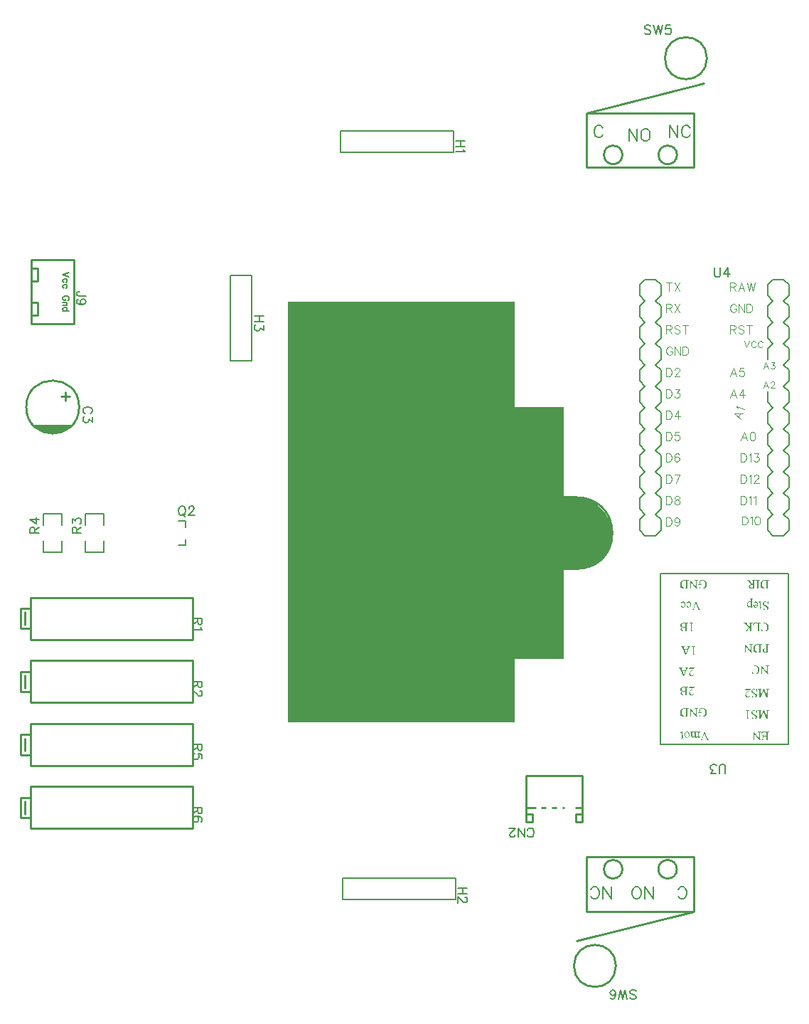
<source format=gto>
G04 Layer: TopSilkscreenLayer*
G04 EasyEDA v6.5.47, 2024-11-20 18:03:06*
G04 98833bf8f3114fe38780f31a112c5de4,28dbc4cd0de04f76b295d4d1f3f9c80b,10*
G04 Gerber Generator version 0.2*
G04 Scale: 100 percent, Rotated: No, Reflected: No *
G04 Dimensions in millimeters *
G04 leading zeros omitted , absolute positions ,4 integer and 5 decimal *
%FSLAX45Y45*%
%MOMM*%

%ADD10C,0.1524*%
%ADD11C,0.2032*%
%ADD12C,0.0813*%
%ADD13C,0.0650*%
%ADD14C,0.2540*%
%ADD15C,0.2030*%
%ADD16C,0.1501*%
%ADD17C,0.1270*%
%ADD18C,0.0155*%

%LPD*%
G36*
X8853068Y2392680D02*
G01*
X8840368Y2390597D01*
X8830208Y2384298D01*
X8826296Y2380030D01*
X8823502Y2375357D01*
X8821826Y2370226D01*
X8821318Y2364740D01*
X8821470Y2361742D01*
X8821978Y2358796D01*
X8822842Y2355900D01*
X8824061Y2353056D01*
X8825636Y2350465D01*
X8827465Y2348026D01*
X8829548Y2345791D01*
X8831986Y2343658D01*
X8839454Y2338730D01*
X8865565Y2323541D01*
X8873388Y2316988D01*
X8874709Y2315057D01*
X8875674Y2312974D01*
X8876233Y2310841D01*
X8876436Y2308606D01*
X8876080Y2305659D01*
X8875115Y2302865D01*
X8873540Y2300325D01*
X8871356Y2297938D01*
X8868714Y2295804D01*
X8865768Y2294331D01*
X8862364Y2293416D01*
X8858656Y2293112D01*
X8855252Y2293315D01*
X8851900Y2294026D01*
X8848648Y2295093D01*
X8845397Y2296668D01*
X8842400Y2298598D01*
X8839758Y2300782D01*
X8837472Y2303272D01*
X8835491Y2306066D01*
X8833967Y2309368D01*
X8832646Y2313127D01*
X8831580Y2317343D01*
X8830665Y2322068D01*
X8827922Y2322068D01*
X8827922Y2287270D01*
X8830665Y2287270D01*
X8831580Y2290064D01*
X8832697Y2291842D01*
X8834120Y2292807D01*
X8835745Y2293112D01*
X8838184Y2292604D01*
X8846261Y2289403D01*
X8850579Y2288235D01*
X8854795Y2287524D01*
X8858859Y2287270D01*
X8864955Y2287778D01*
X8870492Y2289251D01*
X8875522Y2291689D01*
X8879941Y2295144D01*
X8883650Y2299157D01*
X8886240Y2303576D01*
X8887815Y2308453D01*
X8888374Y2313686D01*
X8888171Y2316784D01*
X8887663Y2319731D01*
X8886799Y2322474D01*
X8884005Y2327706D01*
X8882075Y2330196D01*
X8879789Y2332532D01*
X8874048Y2337104D01*
X8864904Y2342794D01*
X8853017Y2349550D01*
X8845042Y2354376D01*
X8840876Y2357526D01*
X8837676Y2361082D01*
X8835644Y2364841D01*
X8834628Y2368550D01*
X8834475Y2370328D01*
X8834831Y2373630D01*
X8835847Y2376678D01*
X8837523Y2379472D01*
X8839809Y2382012D01*
X8842857Y2384145D01*
X8846312Y2385618D01*
X8850223Y2386533D01*
X8854541Y2386838D01*
X8858554Y2386634D01*
X8862314Y2385923D01*
X8865920Y2384856D01*
X8869324Y2383282D01*
X8872524Y2381402D01*
X8875268Y2379268D01*
X8877604Y2376932D01*
X8879484Y2374392D01*
X8881008Y2371394D01*
X8882380Y2367686D01*
X8883548Y2363266D01*
X8884513Y2358136D01*
X8887358Y2358136D01*
X8887358Y2392680D01*
X8884513Y2392680D01*
X8883904Y2389784D01*
X8883040Y2388108D01*
X8881770Y2387346D01*
X8879941Y2387092D01*
X8876792Y2387650D01*
X8864904Y2391156D01*
X8861450Y2391918D01*
X8857284Y2392476D01*
G37*
G36*
X8901074Y2390394D02*
G01*
X8901074Y2387600D01*
X8907322Y2387396D01*
X8909710Y2386838D01*
X8911640Y2385872D01*
X8913215Y2384552D01*
X8914130Y2382977D01*
X8914790Y2380488D01*
X8915146Y2377135D01*
X8915196Y2303170D01*
X8914892Y2300020D01*
X8914434Y2297684D01*
X8913774Y2296160D01*
X8912148Y2294483D01*
X8910066Y2293315D01*
X8907576Y2292604D01*
X8904579Y2292350D01*
X8901074Y2292350D01*
X8901074Y2289556D01*
X8929725Y2289556D01*
X8965590Y2368550D01*
X9002420Y2289556D01*
X9030868Y2289556D01*
X9030868Y2292350D01*
X9025585Y2292654D01*
X9021927Y2293620D01*
X9019590Y2295245D01*
X9018168Y2297176D01*
X9017457Y2298954D01*
X9016695Y2303881D01*
X9016593Y2372868D01*
X9017000Y2379929D01*
X9017457Y2382266D01*
X9018168Y2383790D01*
X9019743Y2385466D01*
X9021826Y2386634D01*
X9024315Y2387346D01*
X9027261Y2387600D01*
X9030868Y2387600D01*
X9030868Y2390394D01*
X8995765Y2390394D01*
X8995765Y2387600D01*
X9002064Y2387396D01*
X9004452Y2386838D01*
X9006382Y2385872D01*
X9008008Y2384552D01*
X9008872Y2382977D01*
X9009481Y2380488D01*
X9009888Y2377135D01*
X9010040Y2372868D01*
X9010040Y2305558D01*
X8970924Y2390394D01*
X8968638Y2390394D01*
X8929725Y2305558D01*
X8929827Y2376779D01*
X8930132Y2379929D01*
X8930589Y2382266D01*
X8931300Y2383790D01*
X8932824Y2385466D01*
X8934856Y2386634D01*
X8937345Y2387346D01*
X8940393Y2387600D01*
X8944000Y2387600D01*
X8944000Y2390394D01*
G37*
G36*
X8755481Y2390394D02*
G01*
X8755481Y2387600D01*
X8761222Y2387295D01*
X8763203Y2386888D01*
X8765692Y2385771D01*
X8766505Y2385060D01*
X8767470Y2383282D01*
X8768029Y2379472D01*
X8768181Y2376424D01*
X8768181Y2287524D01*
X8770772Y2287524D01*
X8795156Y2299462D01*
X8794140Y2301748D01*
X8789822Y2300020D01*
X8786520Y2299462D01*
X8784640Y2299716D01*
X8783218Y2300478D01*
X8781897Y2301900D01*
X8781186Y2304034D01*
X8780576Y2309114D01*
X8780424Y2313178D01*
X8780475Y2376728D01*
X8780983Y2382164D01*
X8781897Y2384399D01*
X8783269Y2385771D01*
X8785555Y2386888D01*
X8787536Y2387295D01*
X8793327Y2387600D01*
X8793327Y2390394D01*
G37*
G36*
X8853068Y2646680D02*
G01*
X8840368Y2644597D01*
X8830208Y2638298D01*
X8826296Y2634030D01*
X8823502Y2629357D01*
X8821826Y2624226D01*
X8821318Y2618740D01*
X8821470Y2615742D01*
X8821978Y2612796D01*
X8822842Y2609900D01*
X8824061Y2607056D01*
X8825636Y2604465D01*
X8827465Y2602026D01*
X8829548Y2599791D01*
X8831986Y2597658D01*
X8839454Y2592730D01*
X8865565Y2577541D01*
X8873388Y2570988D01*
X8874709Y2569057D01*
X8875674Y2566974D01*
X8876233Y2564841D01*
X8876436Y2562606D01*
X8876080Y2559659D01*
X8875115Y2556865D01*
X8873540Y2554325D01*
X8871356Y2551938D01*
X8868714Y2549804D01*
X8865768Y2548331D01*
X8862364Y2547416D01*
X8858656Y2547112D01*
X8855252Y2547315D01*
X8851900Y2548026D01*
X8848648Y2549093D01*
X8845397Y2550668D01*
X8842400Y2552598D01*
X8839758Y2554782D01*
X8837472Y2557272D01*
X8835491Y2560066D01*
X8833967Y2563368D01*
X8832646Y2567127D01*
X8831580Y2571343D01*
X8830665Y2576068D01*
X8827922Y2576068D01*
X8827922Y2541270D01*
X8830665Y2541270D01*
X8831580Y2544064D01*
X8832697Y2545842D01*
X8834120Y2546807D01*
X8835745Y2547112D01*
X8838184Y2546604D01*
X8846261Y2543403D01*
X8850579Y2542235D01*
X8854795Y2541524D01*
X8858859Y2541270D01*
X8864955Y2541778D01*
X8870492Y2543251D01*
X8875522Y2545689D01*
X8879941Y2549144D01*
X8883650Y2553157D01*
X8886240Y2557576D01*
X8887815Y2562453D01*
X8888374Y2567686D01*
X8888171Y2570784D01*
X8887663Y2573731D01*
X8886799Y2576474D01*
X8884005Y2581706D01*
X8882075Y2584196D01*
X8879789Y2586532D01*
X8874048Y2591104D01*
X8864904Y2596794D01*
X8853017Y2603550D01*
X8845042Y2608376D01*
X8840876Y2611526D01*
X8837676Y2615082D01*
X8835644Y2618841D01*
X8834628Y2622550D01*
X8834475Y2624328D01*
X8834831Y2627630D01*
X8835847Y2630678D01*
X8837523Y2633472D01*
X8839809Y2636012D01*
X8842857Y2638145D01*
X8846312Y2639618D01*
X8850223Y2640533D01*
X8854541Y2640838D01*
X8858554Y2640634D01*
X8862314Y2639923D01*
X8865920Y2638856D01*
X8869324Y2637282D01*
X8872524Y2635402D01*
X8875268Y2633268D01*
X8877604Y2630932D01*
X8879484Y2628392D01*
X8881008Y2625394D01*
X8882380Y2621686D01*
X8883548Y2617266D01*
X8884513Y2612136D01*
X8887358Y2612136D01*
X8887358Y2646680D01*
X8884513Y2646680D01*
X8883904Y2643784D01*
X8883040Y2642108D01*
X8881770Y2641346D01*
X8879941Y2641092D01*
X8876792Y2641650D01*
X8864904Y2645156D01*
X8861450Y2645918D01*
X8857284Y2646476D01*
G37*
G36*
X8901074Y2644394D02*
G01*
X8901074Y2641600D01*
X8907322Y2641396D01*
X8909710Y2640838D01*
X8911640Y2639872D01*
X8913215Y2638552D01*
X8914130Y2636977D01*
X8914790Y2634488D01*
X8915146Y2631135D01*
X8915196Y2557170D01*
X8914892Y2554020D01*
X8914434Y2551684D01*
X8913774Y2550160D01*
X8912148Y2548483D01*
X8910066Y2547315D01*
X8907576Y2546604D01*
X8904579Y2546350D01*
X8901074Y2546350D01*
X8901074Y2543556D01*
X8929725Y2543556D01*
X8965590Y2622550D01*
X9002420Y2543556D01*
X9030868Y2543556D01*
X9030868Y2546350D01*
X9025585Y2546654D01*
X9021927Y2547620D01*
X9019590Y2549245D01*
X9018168Y2551176D01*
X9017457Y2552954D01*
X9016695Y2557881D01*
X9016593Y2626868D01*
X9017000Y2633929D01*
X9017457Y2636266D01*
X9018168Y2637790D01*
X9019743Y2639466D01*
X9021826Y2640634D01*
X9024315Y2641346D01*
X9027261Y2641600D01*
X9030868Y2641600D01*
X9030868Y2644394D01*
X8995765Y2644394D01*
X8995765Y2641600D01*
X9002064Y2641396D01*
X9004452Y2640838D01*
X9006382Y2639872D01*
X9008008Y2638552D01*
X9008872Y2636977D01*
X9009481Y2634488D01*
X9009888Y2631135D01*
X9010040Y2626868D01*
X9010040Y2559558D01*
X8970924Y2644394D01*
X8968638Y2644394D01*
X8929725Y2559558D01*
X8929827Y2630779D01*
X8930132Y2633929D01*
X8930589Y2636266D01*
X8931300Y2637790D01*
X8932824Y2639466D01*
X8934856Y2640634D01*
X8937345Y2641346D01*
X8940393Y2641600D01*
X8944000Y2641600D01*
X8944000Y2644394D01*
G37*
G36*
X8750452Y2644394D02*
G01*
X8743340Y2625090D01*
X8746134Y2625090D01*
X8748064Y2628036D01*
X8750452Y2630170D01*
X8753297Y2631643D01*
X8756243Y2632456D01*
X8760764Y2633014D01*
X8767724Y2633218D01*
X8794140Y2633218D01*
X8785860Y2624937D01*
X8770772Y2608834D01*
X8760206Y2595676D01*
X8752941Y2583180D01*
X8751417Y2579370D01*
X8750300Y2575560D01*
X8749639Y2571750D01*
X8749436Y2567940D01*
X8749893Y2562758D01*
X8751468Y2557983D01*
X8754008Y2553512D01*
X8757513Y2549398D01*
X8761984Y2545943D01*
X8766860Y2543505D01*
X8772245Y2542032D01*
X8778138Y2541524D01*
X8783726Y2541981D01*
X8788806Y2543352D01*
X8793327Y2545689D01*
X8797391Y2548890D01*
X8800846Y2552954D01*
X8803589Y2557830D01*
X8805570Y2563520D01*
X8806840Y2569972D01*
X8804300Y2569972D01*
X8802674Y2566009D01*
X8800642Y2562555D01*
X8798204Y2559558D01*
X8795359Y2557018D01*
X8792362Y2555138D01*
X8789162Y2553766D01*
X8785758Y2552954D01*
X8782202Y2552700D01*
X8778138Y2553106D01*
X8774430Y2554274D01*
X8771026Y2556256D01*
X8767927Y2559050D01*
X8765387Y2562301D01*
X8763558Y2566009D01*
X8762492Y2570175D01*
X8762136Y2574798D01*
X8764778Y2587955D01*
X8772804Y2602484D01*
X8779205Y2610662D01*
X8787536Y2619857D01*
X8797747Y2630220D01*
X8809888Y2641600D01*
X8809888Y2644394D01*
G37*
G36*
X8868765Y2926080D02*
G01*
X8855760Y2924505D01*
X8844686Y2919730D01*
X8835136Y2911805D01*
X8826906Y2900172D01*
X8829141Y2898648D01*
X8833612Y2904337D01*
X8837879Y2909062D01*
X8841892Y2912770D01*
X8845702Y2915412D01*
X8849614Y2917190D01*
X8853881Y2918460D01*
X8858402Y2919222D01*
X8863177Y2919476D01*
X8868664Y2919120D01*
X8873794Y2918155D01*
X8878671Y2916478D01*
X8883243Y2914142D01*
X8887409Y2911195D01*
X8891016Y2907639D01*
X8894013Y2903575D01*
X8896502Y2898902D01*
X8898382Y2893618D01*
X8899702Y2887827D01*
X8900515Y2881680D01*
X8900820Y2875026D01*
X8899652Y2859836D01*
X8896197Y2847340D01*
X8893708Y2842107D01*
X8890762Y2837688D01*
X8887358Y2833979D01*
X8883497Y2831084D01*
X8879332Y2828848D01*
X8874861Y2827274D01*
X8870188Y2826308D01*
X8865209Y2826004D01*
X8859469Y2826410D01*
X8854135Y2827680D01*
X8849207Y2829712D01*
X8844686Y2832608D01*
X8837168Y2841650D01*
X8831427Y2854960D01*
X8829141Y2854960D01*
X8831427Y2820670D01*
X8834272Y2820670D01*
X8835339Y2823870D01*
X8837015Y2826258D01*
X8838488Y2827223D01*
X8840368Y2827528D01*
X8842248Y2827172D01*
X8850274Y2823667D01*
X8855659Y2821990D01*
X8861044Y2821025D01*
X8866479Y2820670D01*
X8879992Y2822397D01*
X8892438Y2827528D01*
X8903004Y2835859D01*
X8910929Y2847086D01*
X8916111Y2860446D01*
X8917838Y2875026D01*
X8915247Y2892450D01*
X8907627Y2907538D01*
X8900007Y2915666D01*
X8890965Y2921457D01*
X8880551Y2924911D01*
G37*
G36*
X8939631Y2925318D02*
G01*
X8939580Y2836570D01*
X8939276Y2833420D01*
X8938818Y2831084D01*
X8938158Y2829560D01*
X8936532Y2827883D01*
X8934450Y2826715D01*
X8931960Y2826004D01*
X8928963Y2825750D01*
X8925458Y2825750D01*
X8925458Y2822956D01*
X8960459Y2822956D01*
X8960459Y2825750D01*
X8954363Y2825953D01*
X8951925Y2826512D01*
X8949893Y2827477D01*
X8948318Y2828798D01*
X8947404Y2830372D01*
X8946794Y2832862D01*
X8946388Y2836214D01*
X8946286Y2898648D01*
X9008008Y2822956D01*
X9035440Y2822956D01*
X9035440Y2825750D01*
X9031630Y2825902D01*
X9028836Y2826258D01*
X9025026Y2827782D01*
X9022181Y2829306D01*
X9019387Y2831896D01*
X9015577Y2836164D01*
X9015679Y2910179D01*
X9015984Y2913329D01*
X9016441Y2915666D01*
X9017152Y2917190D01*
X9018727Y2918866D01*
X9020810Y2920034D01*
X9023299Y2920746D01*
X9026245Y2921000D01*
X9029852Y2921000D01*
X9029852Y2923794D01*
X8994800Y2923794D01*
X8994800Y2921000D01*
X9001048Y2920796D01*
X9003436Y2920238D01*
X9005366Y2919272D01*
X9006941Y2917952D01*
X9007856Y2916377D01*
X9008465Y2913888D01*
X9008872Y2910535D01*
X9009024Y2906268D01*
X9009024Y2844292D01*
X8942425Y2925318D01*
G37*
G36*
X8803538Y3718306D02*
G01*
X8803538Y3715512D01*
X8808212Y3715258D01*
X8811158Y3714496D01*
X8812936Y3713226D01*
X8814206Y3711448D01*
X8814765Y3708349D01*
X8814968Y3702558D01*
X8814968Y3681729D01*
X8811412Y3684676D01*
X8808313Y3686301D01*
X8803894Y3687470D01*
X8798661Y3687826D01*
X8792616Y3687216D01*
X8787130Y3685489D01*
X8782202Y3682542D01*
X8777884Y3678428D01*
X8770213Y3665423D01*
X8768816Y3656329D01*
X8780881Y3656329D01*
X8781288Y3662781D01*
X8782405Y3668522D01*
X8784336Y3673500D01*
X8786977Y3677665D01*
X8789466Y3680206D01*
X8792260Y3682034D01*
X8795410Y3683152D01*
X8798915Y3683508D01*
X8801862Y3683304D01*
X8804554Y3682695D01*
X8806942Y3681628D01*
X8809075Y3680206D01*
X8810955Y3678478D01*
X8812377Y3676650D01*
X8813495Y3674668D01*
X8814206Y3672586D01*
X8814765Y3668572D01*
X8814968Y3661664D01*
X8814968Y3636264D01*
X8809685Y3630929D01*
X8807653Y3629202D01*
X8806027Y3628136D01*
X8802624Y3626815D01*
X8800795Y3626459D01*
X8798915Y3626358D01*
X8795867Y3626713D01*
X8792972Y3627831D01*
X8790279Y3629660D01*
X8787790Y3632200D01*
X8782608Y3642410D01*
X8780881Y3656329D01*
X8768816Y3656329D01*
X8767724Y3649218D01*
X8769807Y3634943D01*
X8776106Y3623564D01*
X8779713Y3620109D01*
X8783777Y3617671D01*
X8788247Y3616198D01*
X8793124Y3615690D01*
X8795969Y3615893D01*
X8798814Y3616553D01*
X8801557Y3617671D01*
X8804300Y3619246D01*
X8806942Y3621379D01*
X8809634Y3624173D01*
X8812276Y3627729D01*
X8814968Y3631946D01*
X8814968Y3615944D01*
X8817711Y3615944D01*
X8838793Y3624326D01*
X8837777Y3626865D01*
X8835390Y3626104D01*
X8833256Y3625850D01*
X8831376Y3626053D01*
X8829954Y3626612D01*
X8828684Y3627831D01*
X8827922Y3629406D01*
X8827516Y3632403D01*
X8827363Y3637787D01*
X8827414Y3705504D01*
X8827820Y3710178D01*
X8828125Y3711448D01*
X8829040Y3712972D01*
X8830208Y3713987D01*
X8831783Y3714750D01*
X8833510Y3715258D01*
X8835339Y3715512D01*
X8839047Y3715512D01*
X8839047Y3718306D01*
G37*
G36*
X8988704Y3688079D02*
G01*
X8976004Y3685997D01*
X8965793Y3679698D01*
X8961932Y3675430D01*
X8959138Y3670757D01*
X8957462Y3665626D01*
X8956954Y3660140D01*
X8957106Y3657142D01*
X8957614Y3654196D01*
X8958478Y3651300D01*
X8959697Y3648456D01*
X8961272Y3645865D01*
X8963101Y3643426D01*
X8965184Y3641191D01*
X8967622Y3639058D01*
X8970721Y3636822D01*
X8980373Y3630980D01*
X8986875Y3627374D01*
X9000998Y3618941D01*
X9008770Y3612387D01*
X9010192Y3610457D01*
X9011208Y3608374D01*
X9011818Y3606241D01*
X9012072Y3604006D01*
X9011716Y3601059D01*
X9010802Y3598265D01*
X9009176Y3595725D01*
X9006941Y3593337D01*
X9004249Y3591204D01*
X9001252Y3589731D01*
X8997899Y3588816D01*
X8994241Y3588512D01*
X8990838Y3588715D01*
X8987485Y3589426D01*
X8984132Y3590493D01*
X8980779Y3592068D01*
X8977833Y3593998D01*
X8975191Y3596182D01*
X8973007Y3598672D01*
X8971127Y3601465D01*
X8969502Y3604768D01*
X8968181Y3608527D01*
X8967114Y3612743D01*
X8966352Y3617468D01*
X8963558Y3617468D01*
X8963558Y3582670D01*
X8966352Y3582670D01*
X8967216Y3585464D01*
X8968384Y3587242D01*
X8969654Y3588207D01*
X8971381Y3588512D01*
X8973769Y3588004D01*
X8981744Y3584803D01*
X8986062Y3583635D01*
X8990228Y3582924D01*
X8994241Y3582670D01*
X9000439Y3583178D01*
X9006078Y3584651D01*
X9011107Y3587089D01*
X9015577Y3590544D01*
X9019184Y3594557D01*
X9021724Y3598976D01*
X9023248Y3603853D01*
X9023756Y3609086D01*
X9023553Y3612184D01*
X9023045Y3615131D01*
X9022181Y3617874D01*
X9019387Y3623106D01*
X9017508Y3625596D01*
X9015323Y3627932D01*
X9012834Y3630168D01*
X9005366Y3635197D01*
X8983827Y3647694D01*
X8978493Y3651250D01*
X8974785Y3654704D01*
X8973312Y3656482D01*
X8972143Y3658362D01*
X8970670Y3662121D01*
X8970111Y3665728D01*
X8970467Y3669029D01*
X8971483Y3672078D01*
X8973159Y3674872D01*
X8975445Y3677412D01*
X8978392Y3679545D01*
X8981795Y3681018D01*
X8985758Y3681933D01*
X8990177Y3682237D01*
X8994089Y3682034D01*
X8997797Y3681323D01*
X9001455Y3680256D01*
X9004909Y3678682D01*
X9008008Y3676802D01*
X9010700Y3674668D01*
X9012986Y3672332D01*
X9014815Y3669792D01*
X9016390Y3666794D01*
X9017812Y3663086D01*
X9019082Y3658666D01*
X9020200Y3653536D01*
X9022943Y3653536D01*
X9022943Y3688079D01*
X9020200Y3688079D01*
X9019133Y3684168D01*
X9017965Y3683050D01*
X9016441Y3682542D01*
X9014256Y3682644D01*
X9009684Y3683762D01*
X8998254Y3687064D01*
X8994851Y3687673D01*
G37*
G36*
X8870797Y3687826D02*
G01*
X8865463Y3687318D01*
X8860536Y3685743D01*
X8856065Y3683101D01*
X8852052Y3679444D01*
X8848598Y3675126D01*
X8845956Y3670604D01*
X8844026Y3665880D01*
X8842908Y3660901D01*
X8845143Y3659378D01*
X8847023Y3663492D01*
X8849055Y3666998D01*
X8851239Y3669842D01*
X8853525Y3672078D01*
X8856167Y3673652D01*
X8859012Y3674770D01*
X8862009Y3675430D01*
X8865209Y3675634D01*
X8870035Y3675075D01*
X8874556Y3673500D01*
X8878824Y3670757D01*
X8882786Y3666998D01*
X8888272Y3656787D01*
X8890152Y3643376D01*
X8842908Y3643376D01*
X8843234Y3639058D01*
X8890152Y3639058D01*
X8889492Y3634994D01*
X8888272Y3631387D01*
X8886545Y3628237D01*
X8884259Y3625596D01*
X8881770Y3623462D01*
X8879128Y3621989D01*
X8876334Y3621074D01*
X8873388Y3620770D01*
X8871356Y3620922D01*
X8869426Y3621379D01*
X8867546Y3622192D01*
X8863990Y3624579D01*
X8862466Y3626053D01*
X8861145Y3627729D01*
X8860129Y3629660D01*
X8859113Y3633419D01*
X8858656Y3639058D01*
X8843234Y3639058D01*
X8843365Y3637330D01*
X8844737Y3631946D01*
X8847023Y3627170D01*
X8850274Y3623056D01*
X8854186Y3619703D01*
X8858656Y3617315D01*
X8863584Y3615893D01*
X8869070Y3615436D01*
X8881567Y3617925D01*
X8891625Y3625342D01*
X8898331Y3636975D01*
X8900515Y3652520D01*
X8898382Y3667150D01*
X8891879Y3678428D01*
X8887256Y3682542D01*
X8882176Y3685489D01*
X8876690Y3687216D01*
G37*
G36*
X8923172Y3686810D02*
G01*
X8920632Y3686606D01*
X8918194Y3685946D01*
X8915806Y3684828D01*
X8913520Y3683254D01*
X8911234Y3681120D01*
X8909253Y3678631D01*
X8907526Y3675684D01*
X8906154Y3672332D01*
X8908897Y3672332D01*
X8910472Y3674821D01*
X8912504Y3676650D01*
X8914841Y3677818D01*
X8917279Y3678174D01*
X8918752Y3678021D01*
X8920022Y3677615D01*
X8921140Y3676904D01*
X8922156Y3675887D01*
X8923020Y3674465D01*
X8923629Y3672535D01*
X8924036Y3670046D01*
X8924188Y3666998D01*
X8924188Y3622801D01*
X8908186Y3622801D01*
X8908186Y3617722D01*
X8924188Y3617722D01*
X8924188Y3595115D01*
X8926474Y3595115D01*
X8930995Y3605529D01*
X8934704Y3610559D01*
X8938615Y3614928D01*
X8942882Y3618179D01*
X8946997Y3620262D01*
X8946997Y3622801D01*
X8936329Y3622801D01*
X8936278Y3672230D01*
X8935516Y3677665D01*
X8934856Y3679698D01*
X8932875Y3682695D01*
X8929979Y3685032D01*
X8926626Y3686352D01*
G37*
G36*
X8985656Y3939794D02*
G01*
X8971838Y3938828D01*
X8960002Y3935831D01*
X8949994Y3930954D01*
X8941968Y3924046D01*
X8936380Y3916527D01*
X8932418Y3908094D01*
X8930030Y3898849D01*
X8929325Y3889501D01*
X8945981Y3889501D01*
X8948877Y3908145D01*
X8957411Y3922522D01*
X8970314Y3931462D01*
X8986113Y3934460D01*
X8989517Y3934358D01*
X8997391Y3933342D01*
X9001861Y3932428D01*
X9001861Y3846576D01*
X8997797Y3845661D01*
X8990177Y3844696D01*
X8986672Y3844544D01*
X8970467Y3847541D01*
X8957411Y3856482D01*
X8948877Y3870807D01*
X8945981Y3889501D01*
X8929325Y3889501D01*
X8929268Y3888740D01*
X8930995Y3874058D01*
X8936329Y3861054D01*
X8944660Y3850843D01*
X8955379Y3844036D01*
X8969806Y3840226D01*
X8989720Y3838956D01*
X9030868Y3838956D01*
X9030868Y3841750D01*
X9024315Y3841953D01*
X9021927Y3842512D01*
X9019997Y3843477D01*
X9018422Y3844798D01*
X9017508Y3846474D01*
X9016898Y3849065D01*
X9016492Y3852468D01*
X9016441Y3925824D01*
X9017203Y3931310D01*
X9017863Y3932936D01*
X9019489Y3934714D01*
X9021572Y3935984D01*
X9024061Y3936746D01*
X9027058Y3937000D01*
X9030868Y3937000D01*
X9030868Y3939794D01*
G37*
G36*
X8876436Y3939794D02*
G01*
X8876436Y3937000D01*
X8881719Y3936898D01*
X8885174Y3935984D01*
X8887866Y3934561D01*
X8889390Y3933037D01*
X8890304Y3930599D01*
X8890812Y3925519D01*
X8890762Y3852570D01*
X8890355Y3849319D01*
X8889746Y3846880D01*
X8888831Y3845306D01*
X8887256Y3843731D01*
X8885224Y3842613D01*
X8882786Y3841953D01*
X8876436Y3841750D01*
X8876436Y3838956D01*
X8919565Y3838956D01*
X8919565Y3841750D01*
X8914282Y3841851D01*
X8910828Y3842765D01*
X8908135Y3844188D01*
X8906611Y3845712D01*
X8905697Y3848150D01*
X8905341Y3850386D01*
X8905138Y3856736D01*
X8905240Y3926078D01*
X8905544Y3929329D01*
X8906103Y3931767D01*
X8906865Y3933444D01*
X8908491Y3935018D01*
X8910574Y3936136D01*
X8913063Y3936796D01*
X8919565Y3937000D01*
X8919565Y3939794D01*
G37*
G36*
X8769502Y3939794D02*
G01*
X8769502Y3937000D01*
X8773464Y3936441D01*
X8777020Y3935577D01*
X8780170Y3934409D01*
X8782913Y3932936D01*
X8785606Y3930853D01*
X8788552Y3927957D01*
X8791702Y3924249D01*
X8816238Y3890772D01*
X8810193Y3889095D01*
X8805011Y3886962D01*
X8800795Y3884320D01*
X8797391Y3881120D01*
X8794750Y3877513D01*
X8792819Y3873652D01*
X8791702Y3869385D01*
X8791386Y3865879D01*
X8808059Y3865879D01*
X8808516Y3870502D01*
X8809837Y3874668D01*
X8812072Y3878376D01*
X8815222Y3881628D01*
X8819337Y3884422D01*
X8824315Y3886403D01*
X8830259Y3887571D01*
X8837015Y3887978D01*
X8841384Y3887978D01*
X8841384Y3846068D01*
X8834729Y3844950D01*
X8829700Y3844544D01*
X8824976Y3844899D01*
X8820759Y3846017D01*
X8817102Y3847846D01*
X8813952Y3850386D01*
X8811361Y3853637D01*
X8809532Y3857294D01*
X8808466Y3861409D01*
X8808059Y3865879D01*
X8791386Y3865879D01*
X8791295Y3864864D01*
X8791651Y3860698D01*
X8792667Y3856786D01*
X8794343Y3853179D01*
X8796629Y3849878D01*
X8799474Y3846931D01*
X8802573Y3844544D01*
X8805926Y3842664D01*
X8809634Y3841242D01*
X8813952Y3840226D01*
X8819337Y3839514D01*
X8825738Y3839108D01*
X8870086Y3838956D01*
X8870086Y3841750D01*
X8863533Y3841953D01*
X8861145Y3842512D01*
X8859215Y3843477D01*
X8857640Y3844798D01*
X8856726Y3846474D01*
X8856116Y3849065D01*
X8855710Y3852468D01*
X8855659Y3925925D01*
X8855964Y3929075D01*
X8856421Y3931412D01*
X8857081Y3932936D01*
X8858707Y3934714D01*
X8860790Y3935984D01*
X8863279Y3936746D01*
X8866225Y3937000D01*
X8870086Y3937000D01*
X8870086Y3939794D01*
X8826652Y3939794D01*
X8826652Y3937000D01*
X8833307Y3936796D01*
X8835593Y3936187D01*
X8837523Y3935120D01*
X8839047Y3933698D01*
X8840063Y3932123D01*
X8840774Y3929634D01*
X8841232Y3926281D01*
X8841384Y3922014D01*
X8841384Y3892550D01*
X8839454Y3892804D01*
X8830665Y3892550D01*
X8796375Y3939794D01*
G37*
G36*
X8235543Y3942079D02*
G01*
X8225840Y3941572D01*
X8217052Y3940048D01*
X8212836Y3938778D01*
X8208670Y3937203D01*
X8200288Y3933190D01*
X8200186Y3898493D01*
X8199881Y3895445D01*
X8199424Y3893159D01*
X8198713Y3891534D01*
X8197392Y3889756D01*
X8195614Y3888486D01*
X8193430Y3887724D01*
X8188858Y3887470D01*
X8188858Y3884676D01*
X8227974Y3884676D01*
X8227974Y3887470D01*
X8222742Y3887774D01*
X8220811Y3888181D01*
X8219338Y3888740D01*
X8217306Y3890264D01*
X8215731Y3892296D01*
X8214969Y3895902D01*
X8214715Y3902201D01*
X8214715Y3931412D01*
X8219643Y3933901D01*
X8224672Y3935729D01*
X8230057Y3936695D01*
X8235543Y3937000D01*
X8240268Y3936644D01*
X8244890Y3935628D01*
X8249513Y3933850D01*
X8254136Y3931412D01*
X8258454Y3928313D01*
X8262366Y3924452D01*
X8265820Y3919677D01*
X8268868Y3914140D01*
X8273034Y3901592D01*
X8274456Y3887724D01*
X8272272Y3871163D01*
X8265820Y3856990D01*
X8253526Y3845560D01*
X8236559Y3841750D01*
X8223707Y3843934D01*
X8213445Y3850386D01*
X8210448Y3853789D01*
X8207756Y3857955D01*
X8205368Y3862832D01*
X8203336Y3868420D01*
X8200491Y3868420D01*
X8203336Y3836670D01*
X8206079Y3836670D01*
X8206384Y3839870D01*
X8207095Y3841750D01*
X8208264Y3842715D01*
X8209686Y3843020D01*
X8211718Y3842613D01*
X8222488Y3838956D01*
X8227974Y3837432D01*
X8232800Y3836873D01*
X8238134Y3836670D01*
X8252155Y3838244D01*
X8264245Y3843020D01*
X8276081Y3852570D01*
X8285124Y3865372D01*
X8289848Y3877868D01*
X8291474Y3891026D01*
X8288578Y3908247D01*
X8279993Y3923284D01*
X8271509Y3931513D01*
X8261299Y3937355D01*
X8249310Y3940911D01*
G37*
G36*
X8093100Y3941318D02*
G01*
X8092998Y3852570D01*
X8092694Y3849420D01*
X8092236Y3847084D01*
X8091525Y3845560D01*
X8089950Y3843883D01*
X8087868Y3842715D01*
X8085378Y3842004D01*
X8082381Y3841750D01*
X8078825Y3841750D01*
X8078825Y3838956D01*
X8113877Y3838956D01*
X8113877Y3841750D01*
X8107629Y3841953D01*
X8105241Y3842512D01*
X8103311Y3843477D01*
X8101736Y3844798D01*
X8100822Y3846372D01*
X8100212Y3848862D01*
X8099806Y3852214D01*
X8099704Y3914648D01*
X8161375Y3838956D01*
X8188858Y3838956D01*
X8188858Y3841750D01*
X8184896Y3841902D01*
X8182254Y3842258D01*
X8178444Y3843782D01*
X8175650Y3845306D01*
X8172754Y3847896D01*
X8168741Y3852164D01*
X8168741Y3922268D01*
X8169198Y3929329D01*
X8169757Y3931665D01*
X8170570Y3933190D01*
X8172094Y3934866D01*
X8174075Y3936034D01*
X8176615Y3936746D01*
X8179663Y3937000D01*
X8183270Y3937000D01*
X8183270Y3939794D01*
X8147913Y3939794D01*
X8147913Y3937000D01*
X8154314Y3936796D01*
X8156752Y3936237D01*
X8158784Y3935272D01*
X8160359Y3933951D01*
X8161274Y3932377D01*
X8161883Y3929887D01*
X8162290Y3926535D01*
X8162391Y3860292D01*
X8095843Y3941318D01*
G37*
G36*
X8029041Y3939794D02*
G01*
X8015274Y3938828D01*
X8003336Y3935831D01*
X7993278Y3930954D01*
X7985150Y3924046D01*
X7979562Y3916527D01*
X7975600Y3908094D01*
X7973212Y3898849D01*
X7972507Y3889501D01*
X7989468Y3889501D01*
X7992313Y3908145D01*
X8000847Y3922522D01*
X8013547Y3931462D01*
X8029295Y3934460D01*
X8032800Y3934358D01*
X8040776Y3933342D01*
X8045297Y3932428D01*
X8045297Y3846576D01*
X8037220Y3845051D01*
X8030108Y3844544D01*
X8013750Y3847541D01*
X8000847Y3856482D01*
X7992313Y3870807D01*
X7989468Y3889501D01*
X7972507Y3889501D01*
X7972450Y3888740D01*
X7974177Y3874058D01*
X7979511Y3861054D01*
X7987842Y3850843D01*
X7998561Y3844036D01*
X8012988Y3840226D01*
X8032902Y3838956D01*
X8074050Y3838956D01*
X8074050Y3841750D01*
X8067598Y3841953D01*
X8065262Y3842512D01*
X8063280Y3843477D01*
X8061604Y3844798D01*
X8060690Y3846474D01*
X8060080Y3849065D01*
X8059674Y3852468D01*
X8059623Y3925824D01*
X8060385Y3931310D01*
X8061045Y3932936D01*
X8062671Y3934714D01*
X8064753Y3935984D01*
X8067243Y3936746D01*
X8070240Y3937000D01*
X8074050Y3937000D01*
X8074050Y3939794D01*
G37*
G36*
X8162645Y3688079D02*
G01*
X8125815Y3598672D01*
X8124139Y3595624D01*
X8122361Y3593084D01*
X8120481Y3591051D01*
X8118957Y3589883D01*
X8117078Y3588969D01*
X8114893Y3588258D01*
X8112404Y3587750D01*
X8112404Y3584956D01*
X8143341Y3584956D01*
X8143341Y3587750D01*
X8142325Y3587750D01*
X8137855Y3588969D01*
X8136229Y3589680D01*
X8134959Y3590544D01*
X8133283Y3592626D01*
X8132825Y3593744D01*
X8132724Y3594862D01*
X8132927Y3596843D01*
X8134705Y3602837D01*
X8160156Y3665220D01*
X8187232Y3602329D01*
X8188858Y3596538D01*
X8189061Y3594354D01*
X8188959Y3593134D01*
X8187944Y3590950D01*
X8187029Y3590036D01*
X8185708Y3589223D01*
X8183727Y3588562D01*
X8177936Y3587750D01*
X8177936Y3584956D01*
X8219338Y3584956D01*
X8219338Y3587750D01*
X8215172Y3588258D01*
X8211972Y3589274D01*
X8209381Y3590798D01*
X8207400Y3592829D01*
X8205724Y3595674D01*
X8165490Y3688079D01*
G37*
G36*
X8076590Y3687826D02*
G01*
X8071713Y3687368D01*
X8067090Y3686048D01*
X8062722Y3683812D01*
X8058556Y3680714D01*
X8054898Y3676650D01*
X8051952Y3671824D01*
X8049564Y3666236D01*
X8047888Y3659886D01*
X8050174Y3658870D01*
X8052053Y3662984D01*
X8054035Y3666439D01*
X8056016Y3669182D01*
X8057997Y3671315D01*
X8061045Y3673551D01*
X8064195Y3675126D01*
X8067497Y3676091D01*
X8071002Y3676396D01*
X8075879Y3675786D01*
X8080248Y3674059D01*
X8084007Y3671112D01*
X8087258Y3666998D01*
X8089900Y3662121D01*
X8091830Y3656888D01*
X8092948Y3651351D01*
X8093354Y3645408D01*
X8092948Y3639718D01*
X8091830Y3634638D01*
X8089900Y3630066D01*
X8087258Y3626104D01*
X8084769Y3623665D01*
X8081975Y3621887D01*
X8078825Y3620871D01*
X8075320Y3620515D01*
X8073136Y3620668D01*
X8071154Y3621074D01*
X8069427Y3621786D01*
X8067954Y3622801D01*
X8066786Y3624072D01*
X8065973Y3625646D01*
X8065414Y3627526D01*
X8064855Y3631641D01*
X8063941Y3634587D01*
X8063331Y3635501D01*
X8062061Y3636721D01*
X8060537Y3637584D01*
X8058759Y3638143D01*
X8055203Y3638194D01*
X8053831Y3637838D01*
X8051647Y3636518D01*
X8050326Y3634486D01*
X8049920Y3631946D01*
X8050275Y3629151D01*
X8051495Y3626408D01*
X8053476Y3623716D01*
X8056270Y3621024D01*
X8059775Y3618687D01*
X8063687Y3617010D01*
X8068005Y3616045D01*
X8072729Y3615690D01*
X8085277Y3618179D01*
X8095843Y3625596D01*
X8102904Y3637229D01*
X8105241Y3651758D01*
X8103108Y3666642D01*
X8096656Y3678174D01*
X8092135Y3682390D01*
X8087309Y3685387D01*
X8082127Y3687216D01*
G37*
G36*
X8008772Y3687826D02*
G01*
X8003997Y3687368D01*
X7999475Y3686048D01*
X7995107Y3683812D01*
X7990941Y3680714D01*
X7987334Y3676650D01*
X7984388Y3671824D01*
X7982000Y3666236D01*
X7980324Y3659886D01*
X7982356Y3658870D01*
X7984286Y3662984D01*
X7986268Y3666439D01*
X7988350Y3669182D01*
X7990484Y3671315D01*
X7993380Y3673551D01*
X7996478Y3675126D01*
X7999831Y3676091D01*
X8003438Y3676396D01*
X8008213Y3675786D01*
X8012531Y3674059D01*
X8016341Y3671112D01*
X8019643Y3666998D01*
X8022234Y3662121D01*
X8024063Y3656888D01*
X8025130Y3651351D01*
X8025536Y3645408D01*
X8025130Y3639718D01*
X8024063Y3634638D01*
X8022234Y3630066D01*
X8019643Y3626104D01*
X8017205Y3623665D01*
X8014411Y3621887D01*
X8011261Y3620871D01*
X8007756Y3620515D01*
X8005470Y3620668D01*
X8003489Y3621074D01*
X8001762Y3621786D01*
X8000390Y3622801D01*
X7999222Y3624072D01*
X7998358Y3625646D01*
X7997698Y3627526D01*
X7997139Y3631641D01*
X7996377Y3634587D01*
X7995818Y3635501D01*
X7994497Y3636721D01*
X7992973Y3637584D01*
X7991195Y3638143D01*
X7987639Y3638194D01*
X7986268Y3637838D01*
X7985099Y3637279D01*
X7983220Y3635552D01*
X7982559Y3634486D01*
X7982203Y3633266D01*
X7982102Y3631946D01*
X7982508Y3629151D01*
X7983728Y3626408D01*
X7985810Y3623716D01*
X7988706Y3621024D01*
X7992109Y3618687D01*
X7995970Y3617010D01*
X8000339Y3616045D01*
X8005165Y3615690D01*
X8017611Y3618179D01*
X8028025Y3625596D01*
X8035290Y3637229D01*
X8037677Y3651758D01*
X8035544Y3666642D01*
X8029041Y3678174D01*
X8024571Y3682390D01*
X8019694Y3685387D01*
X8014411Y3687216D01*
G37*
G36*
X8086750Y3431794D02*
G01*
X8086750Y3429000D01*
X8092440Y3428695D01*
X8094421Y3428288D01*
X8096910Y3427171D01*
X8098434Y3425647D01*
X8098891Y3424682D01*
X8099298Y3420872D01*
X8099450Y3414014D01*
X8099450Y3328924D01*
X8101990Y3328924D01*
X8126577Y3340862D01*
X8125358Y3343148D01*
X8121040Y3341420D01*
X8117738Y3340862D01*
X8115858Y3341115D01*
X8114436Y3341878D01*
X8113318Y3343300D01*
X8112658Y3345434D01*
X8112048Y3350514D01*
X8111845Y3359658D01*
X8111896Y3418128D01*
X8112302Y3423564D01*
X8112658Y3424936D01*
X8113725Y3426510D01*
X8115452Y3427729D01*
X8116874Y3428288D01*
X8118906Y3428695D01*
X8124850Y3429000D01*
X8124850Y3431794D01*
G37*
G36*
X8018170Y3431794D02*
G01*
X8003184Y3431032D01*
X7992770Y3428746D01*
X7988757Y3426866D01*
X7985252Y3424580D01*
X7982153Y3421786D01*
X7979511Y3418586D01*
X7977530Y3415131D01*
X7976108Y3411524D01*
X7975244Y3407867D01*
X7975076Y3405378D01*
X7992211Y3405378D01*
X7992668Y3409645D01*
X7993938Y3413556D01*
X7996072Y3417163D01*
X7999120Y3420364D01*
X8003031Y3423056D01*
X8007807Y3424936D01*
X8013344Y3426104D01*
X8019643Y3426460D01*
X8023859Y3426358D01*
X8032394Y3425342D01*
X8036661Y3424428D01*
X8036661Y3383026D01*
X8031581Y3382518D01*
X8018627Y3382721D01*
X8013903Y3383279D01*
X8009585Y3384245D01*
X8005724Y3385565D01*
X8002371Y3387242D01*
X7999526Y3389274D01*
X7997190Y3391560D01*
X7995259Y3394201D01*
X7993938Y3396894D01*
X7992973Y3399688D01*
X7992414Y3402482D01*
X7992211Y3405378D01*
X7975076Y3405378D01*
X7974990Y3404108D01*
X7975396Y3399332D01*
X7976768Y3394964D01*
X7978952Y3390950D01*
X7982102Y3387344D01*
X7985048Y3385108D01*
X7988706Y3383178D01*
X7992922Y3381552D01*
X7997850Y3380232D01*
X7993532Y3378606D01*
X7989824Y3376625D01*
X7986674Y3374186D01*
X7984134Y3371342D01*
X7982102Y3368294D01*
X7980680Y3365042D01*
X7979816Y3361588D01*
X7979583Y3357118D01*
X7995056Y3357118D01*
X7995208Y3359962D01*
X7995818Y3362706D01*
X7996732Y3365296D01*
X7998104Y3367786D01*
X7999628Y3370021D01*
X8001558Y3372002D01*
X8003844Y3373577D01*
X8006486Y3374898D01*
X8009483Y3376015D01*
X8013192Y3376777D01*
X8017611Y3377285D01*
X8024825Y3377437D01*
X8032292Y3376929D01*
X8036661Y3376168D01*
X8036661Y3337560D01*
X8030464Y3336239D01*
X8027060Y3335883D01*
X8023504Y3335782D01*
X8016900Y3336188D01*
X8011210Y3337356D01*
X8006384Y3339337D01*
X8002422Y3342132D01*
X7999171Y3345434D01*
X7996885Y3349040D01*
X7995513Y3352952D01*
X7995056Y3357118D01*
X7979583Y3357118D01*
X7979918Y3353562D01*
X7980984Y3349498D01*
X7982813Y3345687D01*
X7985404Y3342132D01*
X7988655Y3338982D01*
X7992567Y3336340D01*
X7997139Y3334258D01*
X8002422Y3332734D01*
X8006384Y3331972D01*
X8010956Y3331413D01*
X8016138Y3331057D01*
X8065668Y3330956D01*
X8065668Y3333750D01*
X8059216Y3333953D01*
X8056880Y3334512D01*
X8054898Y3335477D01*
X8053222Y3336798D01*
X8052308Y3338474D01*
X8051698Y3341065D01*
X8051292Y3344468D01*
X8051241Y3417824D01*
X8052003Y3423310D01*
X8052663Y3424936D01*
X8054289Y3426714D01*
X8056372Y3427984D01*
X8058861Y3428746D01*
X8061858Y3429000D01*
X8065668Y3429000D01*
X8065668Y3431794D01*
G37*
G36*
X8112150Y3152394D02*
G01*
X8112150Y3149600D01*
X8117840Y3149295D01*
X8119821Y3148888D01*
X8122310Y3147771D01*
X8123834Y3146247D01*
X8124291Y3145282D01*
X8124698Y3141472D01*
X8124850Y3134614D01*
X8124850Y3049524D01*
X8127390Y3049524D01*
X8151977Y3061462D01*
X8150758Y3063748D01*
X8146440Y3062020D01*
X8143138Y3061462D01*
X8141258Y3061716D01*
X8139836Y3062478D01*
X8138718Y3063900D01*
X8138058Y3066034D01*
X8137448Y3071114D01*
X8137245Y3080258D01*
X8137296Y3138728D01*
X8137702Y3144164D01*
X8138058Y3145536D01*
X8139125Y3147110D01*
X8140852Y3148330D01*
X8142274Y3148888D01*
X8144306Y3149295D01*
X8150250Y3149600D01*
X8150250Y3152394D01*
G37*
G36*
X7985150Y3152394D02*
G01*
X7985150Y3149600D01*
X7988096Y3149295D01*
X7990738Y3148634D01*
X7992922Y3147669D01*
X7994802Y3146298D01*
X7996580Y3144316D01*
X7998510Y3141472D01*
X8000542Y3137712D01*
X8011016Y3113024D01*
X8060588Y3113024D01*
X8043011Y3072384D01*
X8025993Y3113024D01*
X8011016Y3113024D01*
X8037677Y3049270D01*
X8040268Y3049270D01*
X8075777Y3132328D01*
X8080197Y3141421D01*
X8082229Y3144570D01*
X8084159Y3146806D01*
X8085378Y3147669D01*
X8089442Y3149041D01*
X8092338Y3149600D01*
X8092338Y3152394D01*
X8060588Y3152394D01*
X8060588Y3149600D01*
X8066684Y3148787D01*
X8068767Y3148126D01*
X8070240Y3147314D01*
X8071713Y3145434D01*
X8072120Y3144367D01*
X8072272Y3143250D01*
X8071612Y3139694D01*
X8069681Y3134614D01*
X8062874Y3118612D01*
X8023758Y3118612D01*
X8017611Y3133090D01*
X8015528Y3139236D01*
X8015020Y3141624D01*
X8014970Y3144723D01*
X8015986Y3146755D01*
X8018170Y3148380D01*
X8022234Y3149396D01*
X8024977Y3149600D01*
X8024977Y3152394D01*
G37*
G36*
X8081670Y2898394D02*
G01*
X8074558Y2879090D01*
X8077352Y2879090D01*
X8078266Y2880664D01*
X8080552Y2883204D01*
X8083194Y2884982D01*
X8086140Y2886100D01*
X8089595Y2886811D01*
X8095183Y2887167D01*
X8125358Y2887218D01*
X8117281Y2878937D01*
X8102193Y2862834D01*
X8091474Y2849676D01*
X8084159Y2837180D01*
X8082635Y2833370D01*
X8081518Y2829560D01*
X8080857Y2825750D01*
X8080654Y2821940D01*
X8081162Y2816758D01*
X8082737Y2811983D01*
X8085328Y2807512D01*
X8089036Y2803398D01*
X8093354Y2799943D01*
X8098129Y2797505D01*
X8103463Y2796032D01*
X8109356Y2795524D01*
X8114944Y2795981D01*
X8120024Y2797352D01*
X8124545Y2799689D01*
X8128609Y2802890D01*
X8132114Y2806954D01*
X8134858Y2811830D01*
X8136940Y2817520D01*
X8138261Y2823972D01*
X8135518Y2823972D01*
X8133892Y2820009D01*
X8131860Y2816555D01*
X8129422Y2813558D01*
X8126577Y2811018D01*
X8123580Y2809138D01*
X8120380Y2807766D01*
X8116976Y2806954D01*
X8113420Y2806700D01*
X8109458Y2807106D01*
X8105800Y2808274D01*
X8102346Y2810256D01*
X8099145Y2813050D01*
X8096605Y2816301D01*
X8094776Y2820009D01*
X8093709Y2824175D01*
X8093354Y2828798D01*
X8096046Y2841955D01*
X8104225Y2856484D01*
X8110575Y2864662D01*
X8118805Y2873857D01*
X8128965Y2884220D01*
X8141106Y2895600D01*
X8141106Y2898394D01*
G37*
G36*
X7959750Y2898394D02*
G01*
X7959750Y2895600D01*
X7962696Y2895295D01*
X7965338Y2894634D01*
X7967522Y2893669D01*
X7969402Y2892298D01*
X7971180Y2890316D01*
X7973110Y2887472D01*
X7975142Y2883712D01*
X7985616Y2859024D01*
X8035188Y2859024D01*
X8017611Y2818384D01*
X8000593Y2859024D01*
X7985616Y2859024D01*
X8012277Y2795270D01*
X8014868Y2795270D01*
X8050377Y2878328D01*
X8054797Y2887421D01*
X8056829Y2890570D01*
X8058759Y2892806D01*
X8059978Y2893669D01*
X8064042Y2895041D01*
X8066938Y2895600D01*
X8066938Y2898394D01*
X8035188Y2898394D01*
X8035188Y2895600D01*
X8041284Y2894787D01*
X8043367Y2894126D01*
X8044840Y2893314D01*
X8046313Y2891434D01*
X8046720Y2890367D01*
X8046872Y2889250D01*
X8046212Y2885694D01*
X8044281Y2880614D01*
X8037474Y2864612D01*
X7998358Y2864612D01*
X7992211Y2879090D01*
X7990128Y2885236D01*
X7989620Y2887624D01*
X7989570Y2890723D01*
X7990586Y2892755D01*
X7992770Y2894380D01*
X7996834Y2895396D01*
X7999577Y2895600D01*
X7999577Y2898394D01*
G37*
G36*
X8081670Y2669794D02*
G01*
X8074558Y2650490D01*
X8077352Y2650490D01*
X8078266Y2652064D01*
X8080552Y2654604D01*
X8083194Y2656382D01*
X8086140Y2657500D01*
X8089595Y2658211D01*
X8095183Y2658567D01*
X8125358Y2658618D01*
X8117281Y2650337D01*
X8102193Y2634234D01*
X8091474Y2621076D01*
X8084159Y2608580D01*
X8082635Y2604770D01*
X8081518Y2600960D01*
X8080857Y2597150D01*
X8080654Y2593340D01*
X8081162Y2588158D01*
X8082737Y2583383D01*
X8085328Y2578912D01*
X8089036Y2574798D01*
X8093354Y2571343D01*
X8098129Y2568905D01*
X8103463Y2567432D01*
X8109356Y2566924D01*
X8114944Y2567381D01*
X8120024Y2568752D01*
X8124545Y2571089D01*
X8128609Y2574290D01*
X8132114Y2578354D01*
X8134858Y2583230D01*
X8136940Y2588920D01*
X8138261Y2595372D01*
X8135518Y2595372D01*
X8133892Y2591409D01*
X8131860Y2587955D01*
X8129422Y2584958D01*
X8126577Y2582418D01*
X8123580Y2580538D01*
X8120380Y2579166D01*
X8116976Y2578354D01*
X8113420Y2578100D01*
X8109458Y2578506D01*
X8105800Y2579674D01*
X8102346Y2581656D01*
X8099145Y2584450D01*
X8096605Y2587701D01*
X8094776Y2591409D01*
X8093709Y2595575D01*
X8093354Y2600198D01*
X8096046Y2613355D01*
X8104225Y2627884D01*
X8110575Y2636062D01*
X8118805Y2645257D01*
X8128965Y2655620D01*
X8141106Y2667000D01*
X8141106Y2669794D01*
G37*
G36*
X8018170Y2669794D02*
G01*
X8003184Y2669032D01*
X7992770Y2666746D01*
X7988757Y2664866D01*
X7985252Y2662580D01*
X7982153Y2659786D01*
X7979511Y2656586D01*
X7977530Y2653131D01*
X7976108Y2649524D01*
X7975244Y2645867D01*
X7975076Y2643378D01*
X7992211Y2643378D01*
X7992668Y2647645D01*
X7993938Y2651556D01*
X7996072Y2655163D01*
X7999120Y2658364D01*
X8003031Y2661056D01*
X8007807Y2662936D01*
X8013344Y2664104D01*
X8019643Y2664460D01*
X8023859Y2664358D01*
X8032394Y2663342D01*
X8036661Y2662428D01*
X8036661Y2621026D01*
X8031581Y2620518D01*
X8018627Y2620721D01*
X8013903Y2621280D01*
X8009585Y2622245D01*
X8005724Y2623566D01*
X8002371Y2625242D01*
X7999526Y2627274D01*
X7997190Y2629560D01*
X7995259Y2632202D01*
X7993938Y2634894D01*
X7992973Y2637688D01*
X7992414Y2640482D01*
X7992211Y2643378D01*
X7975076Y2643378D01*
X7974990Y2642108D01*
X7975396Y2637332D01*
X7976768Y2632964D01*
X7978952Y2628950D01*
X7982102Y2625344D01*
X7985048Y2623108D01*
X7988706Y2621178D01*
X7992922Y2619552D01*
X7997850Y2618232D01*
X7993532Y2616606D01*
X7989824Y2614625D01*
X7986674Y2612186D01*
X7984134Y2609342D01*
X7982102Y2606294D01*
X7980680Y2603042D01*
X7979816Y2599588D01*
X7979583Y2595118D01*
X7995056Y2595118D01*
X7995208Y2597962D01*
X7995818Y2600706D01*
X7996732Y2603296D01*
X7998104Y2605786D01*
X7999628Y2608021D01*
X8001558Y2610002D01*
X8003844Y2611577D01*
X8006486Y2612898D01*
X8009483Y2614015D01*
X8013192Y2614777D01*
X8017611Y2615285D01*
X8024825Y2615438D01*
X8032292Y2614930D01*
X8036661Y2614168D01*
X8036661Y2575560D01*
X8030464Y2574239D01*
X8027060Y2573883D01*
X8023504Y2573782D01*
X8016900Y2574188D01*
X8011210Y2575356D01*
X8006384Y2577338D01*
X8002422Y2580132D01*
X7999171Y2583434D01*
X7996885Y2587040D01*
X7995513Y2590952D01*
X7995056Y2595118D01*
X7979583Y2595118D01*
X7979918Y2591562D01*
X7980984Y2587498D01*
X7982813Y2583688D01*
X7985404Y2580132D01*
X7988655Y2576982D01*
X7992567Y2574340D01*
X7997139Y2572258D01*
X8002422Y2570734D01*
X8006384Y2569972D01*
X8010956Y2569413D01*
X8016138Y2569057D01*
X8065668Y2568956D01*
X8065668Y2571750D01*
X8059216Y2571953D01*
X8056880Y2572512D01*
X8054898Y2573477D01*
X8053222Y2574798D01*
X8052308Y2576474D01*
X8051698Y2579065D01*
X8051292Y2582468D01*
X8051241Y2655824D01*
X8052003Y2661310D01*
X8052663Y2662936D01*
X8054289Y2664714D01*
X8056372Y2665984D01*
X8058861Y2666746D01*
X8061858Y2667000D01*
X8065668Y2667000D01*
X8065668Y2669794D01*
G37*
G36*
X8235543Y2418080D02*
G01*
X8225840Y2417572D01*
X8217052Y2416048D01*
X8212836Y2414778D01*
X8208670Y2413203D01*
X8200288Y2409190D01*
X8200186Y2374493D01*
X8199881Y2371445D01*
X8199424Y2369159D01*
X8198713Y2367534D01*
X8197392Y2365756D01*
X8195614Y2364486D01*
X8193430Y2363724D01*
X8188858Y2363470D01*
X8188858Y2360676D01*
X8227974Y2360676D01*
X8227974Y2363470D01*
X8222742Y2363774D01*
X8220811Y2364181D01*
X8219338Y2364740D01*
X8217306Y2366264D01*
X8215731Y2368296D01*
X8214969Y2371902D01*
X8214715Y2378202D01*
X8214715Y2407412D01*
X8219643Y2409901D01*
X8224672Y2411730D01*
X8230057Y2412695D01*
X8235543Y2413000D01*
X8240268Y2412644D01*
X8244890Y2411628D01*
X8249513Y2409850D01*
X8254136Y2407412D01*
X8258454Y2404313D01*
X8262366Y2400452D01*
X8265820Y2395677D01*
X8268868Y2390140D01*
X8273034Y2377592D01*
X8274456Y2363724D01*
X8272272Y2347163D01*
X8265820Y2332990D01*
X8253526Y2321560D01*
X8236559Y2317750D01*
X8223707Y2319934D01*
X8213445Y2326386D01*
X8210448Y2329789D01*
X8207756Y2333955D01*
X8205368Y2338832D01*
X8203336Y2344420D01*
X8200491Y2344420D01*
X8203336Y2312670D01*
X8206079Y2312670D01*
X8206384Y2315870D01*
X8207095Y2317750D01*
X8208264Y2318715D01*
X8209686Y2319020D01*
X8211718Y2318613D01*
X8222488Y2314956D01*
X8227974Y2313432D01*
X8232800Y2312873D01*
X8238134Y2312670D01*
X8252155Y2314244D01*
X8264245Y2319020D01*
X8276081Y2328570D01*
X8285124Y2341372D01*
X8289848Y2353868D01*
X8291474Y2367026D01*
X8288578Y2384247D01*
X8279993Y2399284D01*
X8271509Y2407513D01*
X8261299Y2413355D01*
X8249310Y2416911D01*
G37*
G36*
X8093100Y2417318D02*
G01*
X8092998Y2328570D01*
X8092694Y2325420D01*
X8092236Y2323084D01*
X8091525Y2321560D01*
X8089950Y2319883D01*
X8087868Y2318715D01*
X8085378Y2318004D01*
X8082381Y2317750D01*
X8078825Y2317750D01*
X8078825Y2314956D01*
X8113877Y2314956D01*
X8113877Y2317750D01*
X8107629Y2317953D01*
X8105241Y2318512D01*
X8103311Y2319477D01*
X8101736Y2320798D01*
X8100822Y2322372D01*
X8100212Y2324862D01*
X8099806Y2328214D01*
X8099704Y2390648D01*
X8161375Y2314956D01*
X8188858Y2314956D01*
X8188858Y2317750D01*
X8184896Y2317902D01*
X8182254Y2318258D01*
X8178444Y2319782D01*
X8175650Y2321306D01*
X8172754Y2323896D01*
X8168741Y2328164D01*
X8168741Y2398268D01*
X8169198Y2405329D01*
X8169757Y2407666D01*
X8170570Y2409190D01*
X8172094Y2410866D01*
X8174075Y2412034D01*
X8176615Y2412746D01*
X8179663Y2413000D01*
X8183270Y2413000D01*
X8183270Y2415794D01*
X8147913Y2415794D01*
X8147913Y2413000D01*
X8154314Y2412796D01*
X8156752Y2412238D01*
X8158784Y2411272D01*
X8160359Y2409952D01*
X8161274Y2408377D01*
X8161883Y2405888D01*
X8162290Y2402535D01*
X8162391Y2336292D01*
X8095843Y2417318D01*
G37*
G36*
X8029041Y2415794D02*
G01*
X8015274Y2414828D01*
X8003336Y2411831D01*
X7993278Y2406954D01*
X7985150Y2400046D01*
X7979562Y2392527D01*
X7975600Y2384094D01*
X7973212Y2374849D01*
X7972507Y2365502D01*
X7989468Y2365502D01*
X7992313Y2384145D01*
X8000847Y2398522D01*
X8013547Y2407462D01*
X8029295Y2410460D01*
X8032800Y2410358D01*
X8040776Y2409342D01*
X8045297Y2408428D01*
X8045297Y2322576D01*
X8037220Y2321052D01*
X8030108Y2320544D01*
X8013750Y2323541D01*
X8000847Y2332482D01*
X7992313Y2346807D01*
X7989468Y2365502D01*
X7972507Y2365502D01*
X7972450Y2364740D01*
X7974177Y2350058D01*
X7979511Y2337054D01*
X7987842Y2326843D01*
X7998561Y2320036D01*
X8012988Y2316226D01*
X8032902Y2314956D01*
X8074050Y2314956D01*
X8074050Y2317750D01*
X8067598Y2317953D01*
X8065262Y2318512D01*
X8063280Y2319477D01*
X8061604Y2320798D01*
X8060690Y2322474D01*
X8060080Y2325065D01*
X8059674Y2328468D01*
X8059623Y2401824D01*
X8060385Y2407310D01*
X8061045Y2408936D01*
X8062671Y2410714D01*
X8064753Y2411984D01*
X8067243Y2412746D01*
X8070240Y2413000D01*
X8074050Y2413000D01*
X8074050Y2415794D01*
G37*
G36*
X8264245Y2138680D02*
G01*
X8227415Y2049272D01*
X8225739Y2046224D01*
X8223961Y2043684D01*
X8222081Y2041652D01*
X8220557Y2040483D01*
X8218678Y2039569D01*
X8216493Y2038857D01*
X8214004Y2038350D01*
X8214004Y2035556D01*
X8244941Y2035556D01*
X8244941Y2038350D01*
X8243925Y2038350D01*
X8239455Y2039569D01*
X8237829Y2040280D01*
X8236559Y2041143D01*
X8234883Y2043226D01*
X8234425Y2044344D01*
X8234324Y2045462D01*
X8234527Y2047443D01*
X8236305Y2053437D01*
X8261756Y2115820D01*
X8288832Y2052929D01*
X8290458Y2047138D01*
X8290661Y2044954D01*
X8290559Y2043734D01*
X8289544Y2041550D01*
X8288629Y2040636D01*
X8287308Y2039823D01*
X8285327Y2039162D01*
X8279536Y2038350D01*
X8279536Y2035556D01*
X8320938Y2035556D01*
X8320938Y2038350D01*
X8316772Y2038857D01*
X8313572Y2039874D01*
X8310981Y2041398D01*
X8309000Y2043430D01*
X8307324Y2046274D01*
X8267090Y2138680D01*
G37*
G36*
X8056270Y2138426D02*
G01*
X8051647Y2138121D01*
X8047278Y2137206D01*
X8043164Y2135733D01*
X8039252Y2133600D01*
X8035493Y2131009D01*
X8032242Y2127808D01*
X8029397Y2124049D01*
X8027009Y2119630D01*
X8025130Y2114956D01*
X8023809Y2110282D01*
X8023175Y2106676D01*
X8036458Y2106676D01*
X8036712Y2113483D01*
X8037626Y2119172D01*
X8039150Y2123795D01*
X8041284Y2127250D01*
X8043722Y2129790D01*
X8046516Y2131618D01*
X8049666Y2132736D01*
X8053222Y2133092D01*
X8057794Y2132431D01*
X8061909Y2130450D01*
X8065516Y2127097D01*
X8068665Y2122424D01*
X8073085Y2110536D01*
X8074558Y2096770D01*
X8074406Y2092401D01*
X8073948Y2088388D01*
X8073237Y2084781D01*
X8072272Y2081530D01*
X8070900Y2078837D01*
X8069325Y2076602D01*
X8067598Y2074773D01*
X8065668Y2073402D01*
X8063738Y2072386D01*
X8061756Y2071674D01*
X8059775Y2071268D01*
X8057743Y2071116D01*
X8053882Y2071573D01*
X8050326Y2072893D01*
X8047126Y2075129D01*
X8044281Y2078228D01*
X8038388Y2090521D01*
X8036458Y2106676D01*
X8023175Y2106676D01*
X8022691Y2101088D01*
X8024672Y2088845D01*
X8030565Y2077974D01*
X8041538Y2069185D01*
X8055508Y2066289D01*
X8059623Y2066543D01*
X8063687Y2067356D01*
X8067649Y2068728D01*
X8071459Y2070607D01*
X8075117Y2073198D01*
X8078368Y2076297D01*
X8081213Y2080056D01*
X8083702Y2084324D01*
X8085785Y2088997D01*
X8087309Y2093671D01*
X8088223Y2098294D01*
X8088477Y2102866D01*
X8086598Y2115210D01*
X8080908Y2126234D01*
X8070138Y2135378D01*
G37*
G36*
X7992008Y2137410D02*
G01*
X7989468Y2137206D01*
X7986979Y2136546D01*
X7984490Y2135428D01*
X7982102Y2133854D01*
X7979918Y2131720D01*
X7977936Y2129231D01*
X7976209Y2126284D01*
X7974736Y2122932D01*
X7977784Y2122932D01*
X7979308Y2125421D01*
X7981340Y2127250D01*
X7983677Y2128418D01*
X7986115Y2128774D01*
X7987487Y2128621D01*
X7988757Y2128215D01*
X7989925Y2127504D01*
X7990941Y2126488D01*
X7991754Y2125065D01*
X7992313Y2123135D01*
X7992770Y2117598D01*
X7992770Y2073402D01*
X7977022Y2073402D01*
X7977022Y2068322D01*
X7992770Y2068322D01*
X7992770Y2045716D01*
X7995056Y2045716D01*
X7997748Y2052116D01*
X7999831Y2056130D01*
X8003387Y2061159D01*
X8007502Y2065528D01*
X8011718Y2068779D01*
X8015884Y2070862D01*
X8015884Y2073402D01*
X8005165Y2073402D01*
X8005114Y2122830D01*
X8004352Y2128266D01*
X8003641Y2130298D01*
X8001508Y2133295D01*
X7998561Y2135632D01*
X7995412Y2136952D01*
X7993735Y2137308D01*
G37*
G36*
X8094370Y2136394D02*
G01*
X8094370Y2133600D01*
X8098231Y2133346D01*
X8100720Y2132584D01*
X8102396Y2131263D01*
X8103463Y2129790D01*
X8103920Y2128367D01*
X8104428Y2123948D01*
X8104479Y2091689D01*
X8104936Y2083765D01*
X8105495Y2080666D01*
X8107527Y2075281D01*
X8109102Y2072792D01*
X8110829Y2070709D01*
X8112861Y2069084D01*
X8114995Y2067864D01*
X8117331Y2067001D01*
X8119821Y2066442D01*
X8122513Y2066289D01*
X8125307Y2066442D01*
X8128000Y2067001D01*
X8130641Y2067864D01*
X8133181Y2069084D01*
X8136026Y2070862D01*
X8139125Y2073402D01*
X8142478Y2076704D01*
X8146186Y2080768D01*
X8147202Y2077415D01*
X8148624Y2074468D01*
X8150402Y2071979D01*
X8152536Y2069846D01*
X8154924Y2068271D01*
X8157514Y2067153D01*
X8160359Y2066493D01*
X8163458Y2066289D01*
X8167268Y2066696D01*
X8171027Y2067814D01*
X8174939Y2069642D01*
X8178393Y2072132D01*
X8187029Y2080768D01*
X8187029Y2066289D01*
X8190331Y2066289D01*
X8210956Y2074672D01*
X8209686Y2077212D01*
X8207044Y2076450D01*
X8204809Y2076196D01*
X8203031Y2076399D01*
X8201761Y2076957D01*
X8200694Y2078329D01*
X8200034Y2080514D01*
X8199628Y2085797D01*
X8199475Y2094992D01*
X8199526Y2123795D01*
X8199932Y2128113D01*
X8200288Y2129536D01*
X8200847Y2130602D01*
X8202371Y2132126D01*
X8204352Y2133041D01*
X8207552Y2133549D01*
X8209686Y2133600D01*
X8209686Y2136394D01*
X8176158Y2136394D01*
X8176158Y2133600D01*
X8180781Y2133346D01*
X8182356Y2133041D01*
X8184337Y2132126D01*
X8185759Y2130704D01*
X8186318Y2129790D01*
X8186877Y2126538D01*
X8187029Y2124049D01*
X8187029Y2084578D01*
X8185251Y2082495D01*
X8183067Y2080564D01*
X8180527Y2078837D01*
X8175650Y2076196D01*
X8173618Y2075484D01*
X8169554Y2074925D01*
X8166760Y2075230D01*
X8164322Y2076145D01*
X8162188Y2077618D01*
X8160359Y2079752D01*
X8159394Y2081834D01*
X8158683Y2084527D01*
X8158225Y2087778D01*
X8158327Y2128266D01*
X8159496Y2130704D01*
X8161375Y2132330D01*
X8162645Y2132888D01*
X8164322Y2133295D01*
X8168995Y2133600D01*
X8168995Y2136394D01*
X8134756Y2136394D01*
X8134756Y2133600D01*
X8139125Y2133346D01*
X8142122Y2132584D01*
X8143798Y2131263D01*
X8144865Y2129790D01*
X8145475Y2126691D01*
X8145627Y2124100D01*
X8145627Y2088388D01*
X8145881Y2085339D01*
X8145627Y2084578D01*
X8140446Y2079955D01*
X8138109Y2078329D01*
X8134096Y2076297D01*
X8130133Y2075281D01*
X8128152Y2075180D01*
X8125155Y2075484D01*
X8122666Y2076399D01*
X8120583Y2077872D01*
X8119008Y2080006D01*
X8118094Y2081987D01*
X8117484Y2084578D01*
X8117078Y2087829D01*
X8116925Y2091689D01*
X8117179Y2128266D01*
X8118195Y2130501D01*
X8119770Y2132076D01*
X8122513Y2133244D01*
X8127847Y2133600D01*
X8127847Y2136394D01*
G37*
G36*
X8846718Y2137918D02*
G01*
X8846718Y2053082D01*
X8846261Y2046020D01*
X8845702Y2043684D01*
X8844940Y2042160D01*
X8843416Y2040483D01*
X8841435Y2039315D01*
X8838946Y2038604D01*
X8836050Y2038350D01*
X8832443Y2038350D01*
X8832443Y2035556D01*
X8867495Y2035556D01*
X8867495Y2038350D01*
X8861247Y2038553D01*
X8858859Y2039112D01*
X8856929Y2040077D01*
X8855354Y2041398D01*
X8854440Y2042972D01*
X8853830Y2045462D01*
X8853424Y2048814D01*
X8853322Y2111248D01*
X8914993Y2035556D01*
X8942222Y2035556D01*
X8942222Y2038350D01*
X8938463Y2038502D01*
X8935872Y2038857D01*
X8931859Y2040382D01*
X8928963Y2041906D01*
X8926169Y2044496D01*
X8922359Y2048764D01*
X8922359Y2118868D01*
X8922816Y2125929D01*
X8923375Y2128266D01*
X8924188Y2129790D01*
X8925712Y2131466D01*
X8927693Y2132634D01*
X8930284Y2133346D01*
X8933281Y2133600D01*
X8936634Y2133600D01*
X8936634Y2136394D01*
X8901531Y2136394D01*
X8901531Y2133600D01*
X8907830Y2133396D01*
X8910218Y2132838D01*
X8912148Y2131872D01*
X8913774Y2130552D01*
X8914638Y2128977D01*
X8915298Y2126488D01*
X8915654Y2123135D01*
X8915806Y2118868D01*
X8915806Y2056892D01*
X8849258Y2137918D01*
G37*
G36*
X8952636Y2136394D02*
G01*
X8943695Y2110994D01*
X8946743Y2110994D01*
X8951518Y2119172D01*
X8953855Y2122373D01*
X8956141Y2124964D01*
X8959799Y2127961D01*
X8961628Y2129028D01*
X8963558Y2129790D01*
X8968689Y2130552D01*
X8976004Y2130806D01*
X8995105Y2130755D01*
X8997899Y2130399D01*
X8999524Y2129637D01*
X9000540Y2128469D01*
X9001201Y2126691D01*
X9001607Y2122627D01*
X9001658Y2086356D01*
X8976309Y2086457D01*
X8973769Y2086711D01*
X8971635Y2087219D01*
X8969908Y2087880D01*
X8967266Y2089657D01*
X8966301Y2090724D01*
X8965031Y2093315D01*
X8963558Y2101342D01*
X8960713Y2101342D01*
X8960713Y2066289D01*
X8963558Y2066289D01*
X8964015Y2070252D01*
X8964879Y2073605D01*
X8966149Y2076246D01*
X8967825Y2078228D01*
X8969603Y2079345D01*
X8972092Y2080107D01*
X8975344Y2080615D01*
X8979306Y2080768D01*
X9001658Y2080768D01*
X9001658Y2040889D01*
X8970416Y2040991D01*
X8967470Y2041194D01*
X8965082Y2041601D01*
X8963304Y2042160D01*
X8961577Y2043023D01*
X8960104Y2044039D01*
X8957665Y2046732D01*
X8956802Y2048459D01*
X8955176Y2053945D01*
X8954363Y2057654D01*
X8951315Y2057654D01*
X8952636Y2035556D01*
X9030309Y2035556D01*
X9030309Y2038350D01*
X9023807Y2038502D01*
X9021318Y2039061D01*
X9019235Y2039924D01*
X9017609Y2041143D01*
X9016847Y2042769D01*
X9016288Y2045258D01*
X9015831Y2053082D01*
X9015882Y2121966D01*
X9016288Y2126792D01*
X9016593Y2128266D01*
X9017965Y2130450D01*
X9019895Y2131822D01*
X9023299Y2133142D01*
X9025026Y2133498D01*
X9030309Y2133600D01*
X9030309Y2136394D01*
G37*
G36*
X8744813Y3179318D02*
G01*
X8744762Y3090570D01*
X8744458Y3087420D01*
X8744000Y3085084D01*
X8743340Y3083560D01*
X8741714Y3081883D01*
X8739632Y3080715D01*
X8737142Y3080004D01*
X8734145Y3079750D01*
X8730640Y3079750D01*
X8730640Y3076956D01*
X8765641Y3076956D01*
X8765641Y3079750D01*
X8759545Y3079953D01*
X8757107Y3080512D01*
X8755075Y3081477D01*
X8753500Y3082798D01*
X8752586Y3084372D01*
X8751976Y3086862D01*
X8751570Y3090214D01*
X8751468Y3152648D01*
X8813190Y3076956D01*
X8840622Y3076956D01*
X8840622Y3079750D01*
X8836812Y3079902D01*
X8834018Y3080258D01*
X8830208Y3081782D01*
X8827363Y3083306D01*
X8824569Y3085896D01*
X8820759Y3090164D01*
X8820861Y3164179D01*
X8821166Y3167329D01*
X8821623Y3169666D01*
X8822334Y3171190D01*
X8823909Y3172866D01*
X8825992Y3174034D01*
X8828481Y3174746D01*
X8831427Y3175000D01*
X8835034Y3175000D01*
X8835034Y3177794D01*
X8799931Y3177794D01*
X8799931Y3175000D01*
X8806230Y3174796D01*
X8808618Y3174238D01*
X8810548Y3173272D01*
X8812174Y3171952D01*
X8813038Y3170377D01*
X8813698Y3167888D01*
X8814054Y3164535D01*
X8814206Y3160268D01*
X8814206Y3098292D01*
X8747658Y3179318D01*
G37*
G36*
X8987688Y3177794D02*
G01*
X8987688Y3175000D01*
X8994190Y3174796D01*
X8996527Y3174187D01*
X8998508Y3173120D01*
X9000134Y3171698D01*
X9000998Y3170123D01*
X9001607Y3167634D01*
X9002014Y3164281D01*
X9002115Y3130550D01*
X8993022Y3132074D01*
X8985097Y3132582D01*
X8971991Y3130702D01*
X8962034Y3124962D01*
X8958427Y3120745D01*
X8955938Y3116021D01*
X8954414Y3110738D01*
X8954016Y3106166D01*
X8970924Y3106166D01*
X8971229Y3110788D01*
X8972296Y3114954D01*
X8974023Y3118662D01*
X8976461Y3121914D01*
X8979408Y3124454D01*
X8982659Y3126282D01*
X8986164Y3127400D01*
X8991041Y3127756D01*
X8996629Y3127248D01*
X9002115Y3126232D01*
X9002115Y3084322D01*
X8996781Y3083204D01*
X8992463Y3082798D01*
X8989415Y3082950D01*
X8986520Y3083509D01*
X8983827Y3084372D01*
X8981338Y3085592D01*
X8978950Y3087166D01*
X8976868Y3089148D01*
X8975140Y3091484D01*
X8972448Y3097072D01*
X8971584Y3100019D01*
X8971076Y3103016D01*
X8970924Y3106166D01*
X8954016Y3106166D01*
X8953906Y3104896D01*
X8954211Y3100476D01*
X8955227Y3096412D01*
X8956903Y3092602D01*
X8959240Y3089148D01*
X8962136Y3086100D01*
X8965336Y3083509D01*
X8968740Y3081375D01*
X8972397Y3079750D01*
X8976715Y3078530D01*
X8981694Y3077667D01*
X8987383Y3077108D01*
X8993784Y3076956D01*
X9030868Y3076956D01*
X9030868Y3079750D01*
X9024416Y3079953D01*
X9022080Y3080512D01*
X9020098Y3081477D01*
X9018422Y3082798D01*
X9017508Y3084474D01*
X9016898Y3087065D01*
X9016492Y3090468D01*
X9016441Y3163925D01*
X9016746Y3167075D01*
X9017203Y3169412D01*
X9017863Y3170936D01*
X9019489Y3172714D01*
X9021572Y3173984D01*
X9024061Y3174746D01*
X9027058Y3175000D01*
X9030868Y3175000D01*
X9030868Y3177794D01*
G37*
G36*
X8901074Y3177794D02*
G01*
X8887256Y3176828D01*
X8875318Y3173831D01*
X8865260Y3168954D01*
X8857081Y3162046D01*
X8851544Y3154527D01*
X8847582Y3146094D01*
X8845194Y3136849D01*
X8844442Y3127502D01*
X8861450Y3127502D01*
X8864193Y3146145D01*
X8872575Y3160522D01*
X8885478Y3169462D01*
X8901277Y3172460D01*
X8904681Y3172358D01*
X8912707Y3171342D01*
X8917279Y3170428D01*
X8917279Y3084576D01*
X8909202Y3083052D01*
X8902090Y3082544D01*
X8885682Y3085541D01*
X8872575Y3094482D01*
X8864193Y3108807D01*
X8861450Y3127502D01*
X8844442Y3127502D01*
X8844381Y3126740D01*
X8846159Y3112058D01*
X8851493Y3099054D01*
X8859824Y3088843D01*
X8870543Y3082036D01*
X8884970Y3078226D01*
X8904884Y3076956D01*
X8945981Y3076956D01*
X8945981Y3079750D01*
X8939580Y3079953D01*
X8937244Y3080512D01*
X8935262Y3081477D01*
X8933586Y3082798D01*
X8932672Y3084474D01*
X8932062Y3087065D01*
X8931656Y3090468D01*
X8931605Y3163824D01*
X8932367Y3169310D01*
X8933027Y3170936D01*
X8934653Y3172714D01*
X8936736Y3173984D01*
X8939225Y3174746D01*
X8942222Y3175000D01*
X8945981Y3175000D01*
X8945981Y3177794D01*
G37*
G36*
X8978747Y3434079D02*
G01*
X8965742Y3432505D01*
X8954668Y3427729D01*
X8945168Y3419805D01*
X8937091Y3408172D01*
X8939377Y3406648D01*
X8943746Y3412337D01*
X8947962Y3417062D01*
X8952026Y3420770D01*
X8955938Y3423412D01*
X8959748Y3425190D01*
X8963914Y3426460D01*
X8968384Y3427222D01*
X8973159Y3427476D01*
X8978747Y3427120D01*
X8983929Y3426155D01*
X8988755Y3424478D01*
X8993225Y3422142D01*
X8997391Y3419195D01*
X9000998Y3415639D01*
X9003995Y3411575D01*
X9006484Y3406901D01*
X9008465Y3401618D01*
X9009888Y3395827D01*
X9010751Y3389680D01*
X9011056Y3383026D01*
X9009837Y3367836D01*
X9006179Y3355340D01*
X9003690Y3350107D01*
X9000744Y3345687D01*
X8997340Y3341979D01*
X8993479Y3339084D01*
X8989314Y3336848D01*
X8984843Y3335274D01*
X8980170Y3334308D01*
X8975191Y3334004D01*
X8969451Y3334410D01*
X8964168Y3335680D01*
X8959291Y3337712D01*
X8954922Y3340608D01*
X8947302Y3349650D01*
X8941663Y3362960D01*
X8939377Y3362960D01*
X8941663Y3328670D01*
X8944254Y3328670D01*
X8945321Y3331870D01*
X8946997Y3334258D01*
X8948674Y3335223D01*
X8950604Y3335528D01*
X8952280Y3335172D01*
X8960256Y3331667D01*
X8965641Y3329990D01*
X8971026Y3329025D01*
X8976461Y3328670D01*
X8990076Y3330397D01*
X9002420Y3335528D01*
X9013088Y3343859D01*
X9021165Y3355086D01*
X9026144Y3368446D01*
X9027820Y3383026D01*
X9025229Y3400450D01*
X9017609Y3415537D01*
X9010040Y3423665D01*
X9001048Y3429457D01*
X8990634Y3432911D01*
G37*
G36*
X8850477Y3431794D02*
G01*
X8841841Y3404362D01*
X8844381Y3403854D01*
X8848191Y3411982D01*
X8850122Y3415080D01*
X8852052Y3417570D01*
X8854084Y3419551D01*
X8856218Y3421227D01*
X8858402Y3422599D01*
X8860688Y3423665D01*
X8863380Y3424428D01*
X8867038Y3424986D01*
X8871508Y3425342D01*
X8884259Y3425444D01*
X8894572Y3425037D01*
X8896807Y3424275D01*
X8898229Y3423107D01*
X8898788Y3422396D01*
X8899550Y3419094D01*
X8899804Y3413760D01*
X8899702Y3346348D01*
X8899550Y3343097D01*
X8898788Y3339084D01*
X8898026Y3337966D01*
X8895740Y3335934D01*
X8894165Y3335020D01*
X8892336Y3334359D01*
X8889847Y3333953D01*
X8883040Y3333750D01*
X8883040Y3330956D01*
X8928709Y3330956D01*
X8928709Y3333750D01*
X8922207Y3333953D01*
X8919870Y3334512D01*
X8917889Y3335477D01*
X8916263Y3336798D01*
X8915400Y3338474D01*
X8914790Y3341065D01*
X8914384Y3344468D01*
X8914231Y3348736D01*
X8914333Y3417722D01*
X8915095Y3423310D01*
X8915806Y3424936D01*
X8917381Y3426714D01*
X8919464Y3427984D01*
X8921953Y3428746D01*
X8924950Y3429000D01*
X8928709Y3429000D01*
X8928709Y3431794D01*
G37*
G36*
X8727338Y3431794D02*
G01*
X8727338Y3429000D01*
X8730589Y3428593D01*
X8733840Y3427780D01*
X8737092Y3426663D01*
X8740241Y3425190D01*
X8743645Y3423158D01*
X8747404Y3420414D01*
X8751519Y3416960D01*
X8756040Y3412744D01*
X8793124Y3375914D01*
X8764117Y3346704D01*
X8759901Y3342792D01*
X8755075Y3339134D01*
X8751163Y3336645D01*
X8747963Y3335020D01*
X8745169Y3334156D01*
X8740495Y3333750D01*
X8740495Y3330956D01*
X8777579Y3330956D01*
X8777579Y3333750D01*
X8772093Y3334054D01*
X8770874Y3334461D01*
X8769299Y3335680D01*
X8768537Y3337204D01*
X8768588Y3339134D01*
X8769604Y3341674D01*
X8770518Y3343148D01*
X8779459Y3353308D01*
X8807297Y3379724D01*
X8807297Y3345332D01*
X8806891Y3340404D01*
X8806586Y3338829D01*
X8805214Y3336798D01*
X8803284Y3335274D01*
X8799880Y3334105D01*
X8796375Y3333750D01*
X8793124Y3333750D01*
X8793124Y3330956D01*
X8836050Y3330956D01*
X8836050Y3333750D01*
X8830716Y3333851D01*
X8827262Y3334765D01*
X8824569Y3336188D01*
X8823045Y3337712D01*
X8822588Y3338576D01*
X8821978Y3342386D01*
X8821775Y3348736D01*
X8821775Y3414014D01*
X8822232Y3421329D01*
X8822791Y3423767D01*
X8823604Y3425444D01*
X8825179Y3427018D01*
X8827211Y3428136D01*
X8829649Y3428796D01*
X8836050Y3429000D01*
X8836050Y3431794D01*
X8793124Y3431794D01*
X8793124Y3429000D01*
X8798255Y3428898D01*
X8801709Y3427984D01*
X8804402Y3426561D01*
X8805926Y3425037D01*
X8806738Y3422599D01*
X8807094Y3420364D01*
X8807297Y3414014D01*
X8807297Y3381501D01*
X8770823Y3417671D01*
X8768537Y3420313D01*
X8767622Y3421887D01*
X8767216Y3423564D01*
X8767318Y3425291D01*
X8768334Y3426815D01*
X8770264Y3428136D01*
X8771636Y3428644D01*
X8775293Y3429000D01*
X8775293Y3431794D01*
G37*
D10*
X945006Y5922010D02*
G01*
X955420Y5927344D01*
X965835Y5937757D01*
X970914Y5947918D01*
X970914Y5968745D01*
X965835Y5979160D01*
X955420Y5989573D01*
X945006Y5994907D01*
X929259Y5999987D01*
X903351Y5999987D01*
X887856Y5994907D01*
X877443Y5989573D01*
X867029Y5979160D01*
X861948Y5968745D01*
X861948Y5947918D01*
X867029Y5937757D01*
X877443Y5927344D01*
X887856Y5922010D01*
X970914Y5877305D02*
G01*
X970914Y5820155D01*
X929259Y5851397D01*
X929259Y5835904D01*
X924179Y5825489D01*
X919098Y5820155D01*
X903351Y5815076D01*
X892937Y5815076D01*
X877443Y5820155D01*
X867029Y5830570D01*
X861948Y5846318D01*
X861948Y5861812D01*
X867029Y5877305D01*
X872109Y5882639D01*
X882522Y5887720D01*
X6153315Y908410D02*
G01*
X6158649Y897996D01*
X6169063Y887582D01*
X6179223Y882502D01*
X6200051Y882502D01*
X6210465Y887582D01*
X6220879Y897996D01*
X6226213Y908410D01*
X6231293Y924158D01*
X6231293Y950066D01*
X6226213Y965560D01*
X6220879Y975974D01*
X6210465Y986388D01*
X6200051Y991468D01*
X6179223Y991468D01*
X6169063Y986388D01*
X6158649Y975974D01*
X6153315Y965560D01*
X6119025Y882502D02*
G01*
X6119025Y991468D01*
X6119025Y882502D02*
G01*
X6046381Y991468D01*
X6046381Y882502D02*
G01*
X6046381Y991468D01*
X6006757Y908410D02*
G01*
X6006757Y903330D01*
X6001677Y892916D01*
X5996343Y887582D01*
X5986183Y882502D01*
X5965355Y882502D01*
X5954941Y887582D01*
X5949607Y892916D01*
X5944527Y903330D01*
X5944527Y913744D01*
X5949607Y924158D01*
X5960021Y939652D01*
X6012091Y991468D01*
X5939193Y991468D01*
X5411218Y9169397D02*
G01*
X5302252Y9169397D01*
X5411218Y9096753D02*
G01*
X5302252Y9096753D01*
X5359402Y9169397D02*
G01*
X5359402Y9096753D01*
X5390390Y9062463D02*
G01*
X5395724Y9052049D01*
X5411218Y9036301D01*
X5302252Y9036301D01*
X5436618Y279397D02*
G01*
X5327652Y279397D01*
X5436618Y206753D02*
G01*
X5327652Y206753D01*
X5384802Y279397D02*
G01*
X5384802Y206753D01*
X5410710Y167129D02*
G01*
X5415790Y167129D01*
X5426204Y162049D01*
X5431538Y156715D01*
X5436618Y146301D01*
X5436618Y125727D01*
X5431538Y115313D01*
X5426204Y109979D01*
X5415790Y104899D01*
X5405376Y104899D01*
X5394962Y109979D01*
X5379468Y120393D01*
X5327652Y172463D01*
X5327652Y99565D01*
X3010915Y7086600D02*
G01*
X2901950Y7086600D01*
X3010915Y7013955D02*
G01*
X2901950Y7013955D01*
X2959100Y7086600D02*
G01*
X2959100Y7013955D01*
X3010915Y6969252D02*
G01*
X3010915Y6912102D01*
X2969259Y6943089D01*
X2969259Y6927595D01*
X2964179Y6917181D01*
X2959100Y6912102D01*
X2943352Y6906768D01*
X2932938Y6906768D01*
X2917443Y6912102D01*
X2907029Y6922515D01*
X2901950Y6938010D01*
X2901950Y6953504D01*
X2907029Y6969252D01*
X2912109Y6974331D01*
X2922524Y6979665D01*
X894714Y7320914D02*
G01*
X811656Y7320914D01*
X795909Y7326248D01*
X790829Y7331329D01*
X785748Y7341743D01*
X785748Y7352156D01*
X790829Y7362570D01*
X795909Y7367904D01*
X811656Y7372985D01*
X822070Y7372985D01*
X858393Y7219314D02*
G01*
X842898Y7224395D01*
X832485Y7234809D01*
X827151Y7250303D01*
X827151Y7255637D01*
X832485Y7271130D01*
X842898Y7281545D01*
X858393Y7286625D01*
X863472Y7286625D01*
X879220Y7281545D01*
X889635Y7271130D01*
X894714Y7255637D01*
X894714Y7250303D01*
X889635Y7234809D01*
X879220Y7224395D01*
X858393Y7219314D01*
X832485Y7219314D01*
X806322Y7224395D01*
X790829Y7234809D01*
X785748Y7250303D01*
X785748Y7260717D01*
X790829Y7276464D01*
X801243Y7281545D01*
X694054Y7601585D02*
G01*
X621156Y7573898D01*
X694054Y7546212D02*
G01*
X621156Y7573898D01*
X659256Y7481696D02*
G01*
X666369Y7488554D01*
X669670Y7495667D01*
X669670Y7506080D01*
X666369Y7512938D01*
X659256Y7519796D01*
X648843Y7523353D01*
X641985Y7523353D01*
X631570Y7519796D01*
X624712Y7512938D01*
X621156Y7506080D01*
X621156Y7495667D01*
X624712Y7488554D01*
X631570Y7481696D01*
X659256Y7417435D02*
G01*
X666369Y7424293D01*
X669670Y7431151D01*
X669670Y7441564D01*
X666369Y7448422D01*
X659256Y7455535D01*
X648843Y7458837D01*
X641985Y7458837D01*
X631570Y7455535D01*
X624712Y7448422D01*
X621156Y7441564D01*
X621156Y7431151D01*
X624712Y7424293D01*
X631570Y7417435D01*
X676529Y7270114D02*
G01*
X683640Y7273670D01*
X690498Y7280529D01*
X694054Y7287640D01*
X694054Y7301356D01*
X690498Y7308214D01*
X683640Y7315327D01*
X676529Y7318629D01*
X666369Y7322185D01*
X648843Y7322185D01*
X638429Y7318629D01*
X631570Y7315327D01*
X624712Y7308214D01*
X621156Y7301356D01*
X621156Y7287640D01*
X624712Y7280529D01*
X631570Y7273670D01*
X638429Y7270114D01*
X648843Y7270114D01*
X648843Y7287640D02*
G01*
X648843Y7270114D01*
X669670Y7247254D02*
G01*
X621156Y7247254D01*
X655954Y7247254D02*
G01*
X666369Y7237095D01*
X669670Y7229983D01*
X669670Y7219569D01*
X666369Y7212711D01*
X655954Y7209154D01*
X621156Y7209154D01*
X694054Y7144893D02*
G01*
X621156Y7144893D01*
X659256Y7144893D02*
G01*
X666369Y7151751D01*
X669670Y7158609D01*
X669670Y7169022D01*
X666369Y7176135D01*
X659256Y7182993D01*
X648843Y7186295D01*
X641985Y7186295D01*
X631570Y7182993D01*
X624712Y7176135D01*
X621156Y7169022D01*
X621156Y7158609D01*
X624712Y7151751D01*
X631570Y7144893D01*
X2031238Y4818506D02*
G01*
X2020824Y4813427D01*
X2010409Y4803012D01*
X2005075Y4792598D01*
X1999995Y4776851D01*
X1999995Y4750943D01*
X2005075Y4735448D01*
X2010409Y4725035D01*
X2020824Y4714620D01*
X2031238Y4709540D01*
X2052065Y4709540D01*
X2062225Y4714620D01*
X2072640Y4725035D01*
X2077974Y4735448D01*
X2083054Y4750943D01*
X2083054Y4776851D01*
X2077974Y4792598D01*
X2072640Y4803012D01*
X2062225Y4813427D01*
X2052065Y4818506D01*
X2031238Y4818506D01*
X2046731Y4730114D02*
G01*
X2077974Y4699127D01*
X2122677Y4792598D02*
G01*
X2122677Y4797679D01*
X2127758Y4808093D01*
X2133091Y4813427D01*
X2143506Y4818506D01*
X2164079Y4818506D01*
X2174493Y4813427D01*
X2179827Y4808093D01*
X2184908Y4797679D01*
X2184908Y4787264D01*
X2179827Y4776851D01*
X2169413Y4761356D01*
X2117343Y4709540D01*
X2190241Y4709540D01*
X2280513Y3485514D02*
G01*
X2171547Y3485514D01*
X2280513Y3485514D02*
G01*
X2280513Y3438779D01*
X2275433Y3423285D01*
X2270099Y3417951D01*
X2259685Y3412870D01*
X2249271Y3412870D01*
X2238857Y3417951D01*
X2233777Y3423285D01*
X2228697Y3438779D01*
X2228697Y3485514D01*
X2228697Y3449193D02*
G01*
X2171547Y3412870D01*
X2259685Y3378580D02*
G01*
X2265019Y3368167D01*
X2280513Y3352419D01*
X2171547Y3352419D01*
X2280513Y2735516D02*
G01*
X2171547Y2735516D01*
X2280513Y2735516D02*
G01*
X2280513Y2688780D01*
X2275433Y2673286D01*
X2270099Y2667952D01*
X2259685Y2662872D01*
X2249271Y2662872D01*
X2238857Y2667952D01*
X2233777Y2673286D01*
X2228697Y2688780D01*
X2228697Y2735516D01*
X2228697Y2699194D02*
G01*
X2171547Y2662872D01*
X2254605Y2623248D02*
G01*
X2259685Y2623248D01*
X2270099Y2618168D01*
X2275433Y2612834D01*
X2280513Y2602420D01*
X2280513Y2581846D01*
X2275433Y2571432D01*
X2270099Y2566098D01*
X2259685Y2561018D01*
X2249271Y2561018D01*
X2238857Y2566098D01*
X2223363Y2576512D01*
X2171547Y2628582D01*
X2171547Y2555684D01*
X2280513Y1985518D02*
G01*
X2171547Y1985518D01*
X2280513Y1985518D02*
G01*
X2280513Y1938781D01*
X2275433Y1923287D01*
X2270099Y1917954D01*
X2259685Y1912873D01*
X2249271Y1912873D01*
X2238857Y1917954D01*
X2233777Y1923287D01*
X2228697Y1938781D01*
X2228697Y1985518D01*
X2228697Y1949195D02*
G01*
X2171547Y1912873D01*
X2280513Y1816100D02*
G01*
X2280513Y1868170D01*
X2233777Y1873250D01*
X2238857Y1868170D01*
X2244191Y1852421D01*
X2244191Y1836928D01*
X2238857Y1821434D01*
X2228697Y1811020D01*
X2212949Y1805686D01*
X2202535Y1805686D01*
X2187041Y1811020D01*
X2176627Y1821434D01*
X2171547Y1836928D01*
X2171547Y1852421D01*
X2176627Y1868170D01*
X2181707Y1873250D01*
X2192121Y1878584D01*
X2280513Y1235519D02*
G01*
X2171547Y1235519D01*
X2280513Y1235519D02*
G01*
X2280513Y1188783D01*
X2275433Y1173289D01*
X2270099Y1167955D01*
X2259685Y1162875D01*
X2249271Y1162875D01*
X2238857Y1167955D01*
X2233777Y1173289D01*
X2228697Y1188783D01*
X2228697Y1235519D01*
X2228697Y1199197D02*
G01*
X2171547Y1162875D01*
X2265019Y1066101D02*
G01*
X2275433Y1071435D01*
X2280513Y1086929D01*
X2280513Y1097343D01*
X2275433Y1112837D01*
X2259685Y1123251D01*
X2233777Y1128585D01*
X2207869Y1128585D01*
X2187041Y1123251D01*
X2176627Y1112837D01*
X2171547Y1097343D01*
X2171547Y1092009D01*
X2176627Y1076515D01*
X2187041Y1066101D01*
X2202535Y1061021D01*
X2207869Y1061021D01*
X2223363Y1066101D01*
X2233777Y1076515D01*
X2238857Y1092009D01*
X2238857Y1097343D01*
X2233777Y1112837D01*
X2223363Y1123251D01*
X2207869Y1128585D01*
X732281Y4499990D02*
G01*
X841247Y4499990D01*
X732281Y4499990D02*
G01*
X732281Y4546727D01*
X737362Y4562220D01*
X742695Y4567554D01*
X753110Y4572635D01*
X763523Y4572635D01*
X773937Y4567554D01*
X779018Y4562220D01*
X784097Y4546727D01*
X784097Y4499990D01*
X784097Y4536312D02*
G01*
X841247Y4572635D01*
X732281Y4617338D02*
G01*
X732281Y4674488D01*
X773937Y4643501D01*
X773937Y4658995D01*
X779018Y4669409D01*
X784097Y4674488D01*
X799845Y4679822D01*
X810260Y4679822D01*
X825754Y4674488D01*
X836168Y4664075D01*
X841247Y4648580D01*
X841247Y4633087D01*
X836168Y4617338D01*
X831087Y4612259D01*
X820673Y4606925D01*
X232282Y4499990D02*
G01*
X341248Y4499990D01*
X232282Y4499990D02*
G01*
X232282Y4546727D01*
X237362Y4562220D01*
X242696Y4567554D01*
X253111Y4572635D01*
X263525Y4572635D01*
X273938Y4567554D01*
X279019Y4562220D01*
X284098Y4546727D01*
X284098Y4499990D01*
X284098Y4536312D02*
G01*
X341248Y4572635D01*
X232282Y4658995D02*
G01*
X304927Y4606925D01*
X304927Y4684903D01*
X232282Y4658995D02*
G01*
X341248Y4658995D01*
X7623429Y10527804D02*
G01*
X7613015Y10538218D01*
X7597520Y10543298D01*
X7576693Y10543298D01*
X7561199Y10538218D01*
X7550784Y10527804D01*
X7550784Y10517390D01*
X7555865Y10506976D01*
X7561199Y10501642D01*
X7571613Y10496562D01*
X7602854Y10486148D01*
X7613015Y10481068D01*
X7618349Y10475734D01*
X7623429Y10465320D01*
X7623429Y10449826D01*
X7613015Y10439412D01*
X7597520Y10434332D01*
X7576693Y10434332D01*
X7561199Y10439412D01*
X7550784Y10449826D01*
X7657718Y10543298D02*
G01*
X7683881Y10434332D01*
X7709788Y10543298D02*
G01*
X7683881Y10434332D01*
X7709788Y10543298D02*
G01*
X7735697Y10434332D01*
X7761604Y10543298D02*
G01*
X7735697Y10434332D01*
X7858379Y10543298D02*
G01*
X7806309Y10543298D01*
X7801229Y10496562D01*
X7806309Y10501642D01*
X7822056Y10506976D01*
X7837550Y10506976D01*
X7853045Y10501642D01*
X7863459Y10491482D01*
X7868793Y10475734D01*
X7868793Y10465320D01*
X7863459Y10449826D01*
X7853045Y10439412D01*
X7837550Y10434332D01*
X7822056Y10434332D01*
X7806309Y10439412D01*
X7801229Y10444492D01*
X7795895Y10454906D01*
D11*
X7052271Y9317253D02*
G01*
X7045413Y9330969D01*
X7031697Y9344431D01*
X7018235Y9351289D01*
X6990803Y9351289D01*
X6977341Y9344431D01*
X6963625Y9330969D01*
X6956767Y9317253D01*
X6949909Y9296679D01*
X6949909Y9262643D01*
X6956767Y9242323D01*
X6963625Y9228607D01*
X6977341Y9214891D01*
X6990803Y9208287D01*
X7018235Y9208287D01*
X7031697Y9214891D01*
X7045413Y9228607D01*
X7052271Y9242323D01*
X7366038Y9309328D02*
G01*
X7366038Y9166072D01*
X7366038Y9309328D02*
G01*
X7461542Y9166072D01*
X7461542Y9309328D02*
G01*
X7461542Y9166072D01*
X7547394Y9309328D02*
G01*
X7533678Y9302470D01*
X7519962Y9289008D01*
X7513358Y9275292D01*
X7506500Y9254718D01*
X7506500Y9220682D01*
X7513358Y9200362D01*
X7519962Y9186646D01*
X7533678Y9172930D01*
X7547394Y9166072D01*
X7574572Y9166072D01*
X7588288Y9172930D01*
X7602004Y9186646D01*
X7608608Y9200362D01*
X7615466Y9220682D01*
X7615466Y9254718D01*
X7608608Y9275292D01*
X7602004Y9289008D01*
X7588288Y9302470D01*
X7574572Y9309328D01*
X7547394Y9309328D01*
X7849933Y9351289D02*
G01*
X7849933Y9208287D01*
X7849933Y9351289D02*
G01*
X7945437Y9208287D01*
X7945437Y9351289D02*
G01*
X7945437Y9208287D01*
X8092757Y9317253D02*
G01*
X8085899Y9330969D01*
X8072183Y9344431D01*
X8058721Y9351289D01*
X8031289Y9351289D01*
X8017827Y9344431D01*
X8004111Y9330969D01*
X7997253Y9317253D01*
X7990395Y9296679D01*
X7990395Y9262643D01*
X7997253Y9242323D01*
X8004111Y9228607D01*
X8017827Y9214891D01*
X8031289Y9208287D01*
X8058721Y9208287D01*
X8072183Y9214891D01*
X8085899Y9228607D01*
X8092757Y9242323D01*
D10*
X7376540Y-1027823D02*
G01*
X7386954Y-1038237D01*
X7402449Y-1043317D01*
X7423277Y-1043317D01*
X7438770Y-1038237D01*
X7449184Y-1027823D01*
X7449184Y-1017409D01*
X7444104Y-1006995D01*
X7438770Y-1001661D01*
X7428356Y-996581D01*
X7397115Y-986167D01*
X7386954Y-981087D01*
X7381620Y-975753D01*
X7376540Y-965339D01*
X7376540Y-949845D01*
X7386954Y-939431D01*
X7402449Y-934351D01*
X7423277Y-934351D01*
X7438770Y-939431D01*
X7449184Y-949845D01*
X7342250Y-1043317D02*
G01*
X7316088Y-934351D01*
X7290181Y-1043317D02*
G01*
X7316088Y-934351D01*
X7290181Y-1043317D02*
G01*
X7264272Y-934351D01*
X7238365Y-1043317D02*
G01*
X7264272Y-934351D01*
X7141590Y-1027823D02*
G01*
X7146925Y-1038237D01*
X7162418Y-1043317D01*
X7172833Y-1043317D01*
X7188327Y-1038237D01*
X7198740Y-1022489D01*
X7204075Y-996581D01*
X7204075Y-970673D01*
X7198740Y-949845D01*
X7188327Y-939431D01*
X7172833Y-934351D01*
X7167499Y-934351D01*
X7152004Y-939431D01*
X7141590Y-949845D01*
X7136511Y-965339D01*
X7136511Y-970673D01*
X7141590Y-986167D01*
X7152004Y-996581D01*
X7167499Y-1001661D01*
X7172833Y-1001661D01*
X7188327Y-996581D01*
X7198740Y-986167D01*
X7204075Y-970673D01*
D11*
X7947698Y182727D02*
G01*
X7954556Y169011D01*
X7968272Y155549D01*
X7981734Y148691D01*
X8009166Y148691D01*
X8022628Y155549D01*
X8036344Y169011D01*
X8043202Y182727D01*
X8050060Y203301D01*
X8050060Y237337D01*
X8043202Y257657D01*
X8036344Y271373D01*
X8022628Y285089D01*
X8009166Y291693D01*
X7981734Y291693D01*
X7968272Y285089D01*
X7954556Y271373D01*
X7947698Y257657D01*
X7649933Y148666D02*
G01*
X7649933Y291922D01*
X7649933Y148666D02*
G01*
X7554429Y291922D01*
X7554429Y148666D02*
G01*
X7554429Y291922D01*
X7468577Y148666D02*
G01*
X7482293Y155524D01*
X7496009Y168986D01*
X7502613Y182702D01*
X7509471Y203276D01*
X7509471Y237312D01*
X7502613Y257632D01*
X7496009Y271348D01*
X7482293Y285064D01*
X7468577Y291922D01*
X7441399Y291922D01*
X7427683Y285064D01*
X7413967Y271348D01*
X7407363Y257632D01*
X7400505Y237312D01*
X7400505Y203276D01*
X7407363Y182702D01*
X7413967Y168986D01*
X7427683Y155524D01*
X7441399Y148666D01*
X7468577Y148666D01*
X7150036Y148691D02*
G01*
X7150036Y291693D01*
X7150036Y148691D02*
G01*
X7054532Y291693D01*
X7054532Y148691D02*
G01*
X7054532Y291693D01*
X6907212Y182727D02*
G01*
X6914070Y169011D01*
X6927786Y155549D01*
X6941248Y148691D01*
X6968680Y148691D01*
X6982142Y155549D01*
X6995858Y169011D01*
X7002716Y182727D01*
X7009574Y203301D01*
X7009574Y237337D01*
X7002716Y257657D01*
X6995858Y271373D01*
X6982142Y285089D01*
X6968680Y291693D01*
X6941248Y291693D01*
X6927786Y285089D01*
X6914070Y271373D01*
X6907212Y257657D01*
D10*
X8512683Y1640078D02*
G01*
X8512683Y1718055D01*
X8507602Y1733550D01*
X8497188Y1743963D01*
X8481440Y1749044D01*
X8471027Y1749044D01*
X8455533Y1743963D01*
X8445118Y1733550D01*
X8440038Y1718055D01*
X8440038Y1640078D01*
X8395334Y1640078D02*
G01*
X8338184Y1640078D01*
X8369172Y1681734D01*
X8353679Y1681734D01*
X8343265Y1686813D01*
X8338184Y1691894D01*
X8332850Y1707642D01*
X8332850Y1718055D01*
X8338184Y1733550D01*
X8348599Y1743963D01*
X8364093Y1749044D01*
X8379586Y1749044D01*
X8395334Y1743963D01*
X8400415Y1738884D01*
X8405749Y1728470D01*
X8380984Y7656703D02*
G01*
X8380984Y7578725D01*
X8386063Y7563230D01*
X8396477Y7552817D01*
X8412225Y7547737D01*
X8422640Y7547737D01*
X8438134Y7552817D01*
X8448547Y7563230D01*
X8453627Y7578725D01*
X8453627Y7656703D01*
X8539988Y7656703D02*
G01*
X8487918Y7584059D01*
X8565895Y7584059D01*
X8539988Y7656703D02*
G01*
X8539988Y7547737D01*
D12*
X7809484Y6970903D02*
G01*
X7809484Y6873875D01*
X7809484Y6970903D02*
G01*
X7851140Y6970903D01*
X7864856Y6966077D01*
X7869427Y6961504D01*
X7874254Y6952361D01*
X7874254Y6943217D01*
X7869427Y6933819D01*
X7864856Y6929246D01*
X7851140Y6924675D01*
X7809484Y6924675D01*
X7841741Y6924675D02*
G01*
X7874254Y6873875D01*
X7969250Y6956933D02*
G01*
X7960106Y6966077D01*
X7946136Y6970903D01*
X7927593Y6970903D01*
X7913877Y6966077D01*
X7904734Y6956933D01*
X7904734Y6947788D01*
X7909306Y6938390D01*
X7913877Y6933819D01*
X7923022Y6929246D01*
X7950708Y6920103D01*
X7960106Y6915277D01*
X7964677Y6910704D01*
X7969250Y6901561D01*
X7969250Y6887590D01*
X7960106Y6878446D01*
X7946136Y6873875D01*
X7927593Y6873875D01*
X7913877Y6878446D01*
X7904734Y6887590D01*
X8031988Y6970903D02*
G01*
X8031988Y6873875D01*
X7999729Y6970903D02*
G01*
X8064500Y6970903D01*
X7878825Y6693788D02*
G01*
X7874254Y6702933D01*
X7864856Y6712077D01*
X7855711Y6716903D01*
X7837170Y6716903D01*
X7828025Y6712077D01*
X7818627Y6702933D01*
X7814056Y6693788D01*
X7809484Y6679819D01*
X7809484Y6656704D01*
X7814056Y6642988D01*
X7818627Y6633590D01*
X7828025Y6624446D01*
X7837170Y6619875D01*
X7855711Y6619875D01*
X7864856Y6624446D01*
X7874254Y6633590D01*
X7878825Y6642988D01*
X7878825Y6656704D01*
X7855711Y6656704D02*
G01*
X7878825Y6656704D01*
X7909306Y6716903D02*
G01*
X7909306Y6619875D01*
X7909306Y6716903D02*
G01*
X7973822Y6619875D01*
X7973822Y6716903D02*
G01*
X7973822Y6619875D01*
X8004302Y6716903D02*
G01*
X8004302Y6619875D01*
X8004302Y6716903D02*
G01*
X8036813Y6716903D01*
X8050529Y6712077D01*
X8059674Y6702933D01*
X8064500Y6693788D01*
X8069072Y6679819D01*
X8069072Y6656704D01*
X8064500Y6642988D01*
X8059674Y6633590D01*
X8050529Y6624446D01*
X8036813Y6619875D01*
X8004302Y6619875D01*
X7809484Y6462903D02*
G01*
X7809484Y6365875D01*
X7809484Y6462903D02*
G01*
X7841741Y6462903D01*
X7855711Y6458077D01*
X7864856Y6448932D01*
X7869427Y6439788D01*
X7874254Y6425819D01*
X7874254Y6402704D01*
X7869427Y6388988D01*
X7864856Y6379590D01*
X7855711Y6370446D01*
X7841741Y6365875D01*
X7809484Y6365875D01*
X7909306Y6439788D02*
G01*
X7909306Y6444361D01*
X7913877Y6453504D01*
X7918450Y6458077D01*
X7927593Y6462903D01*
X7946136Y6462903D01*
X7955534Y6458077D01*
X7960106Y6453504D01*
X7964677Y6444361D01*
X7964677Y6435217D01*
X7960106Y6425819D01*
X7950708Y6412103D01*
X7904734Y6365875D01*
X7969250Y6365875D01*
X7809484Y7224903D02*
G01*
X7809484Y7127875D01*
X7809484Y7224903D02*
G01*
X7851140Y7224903D01*
X7864856Y7220077D01*
X7869427Y7215504D01*
X7874254Y7206361D01*
X7874254Y7197217D01*
X7869427Y7187819D01*
X7864856Y7183246D01*
X7851140Y7178675D01*
X7809484Y7178675D01*
X7841741Y7178675D02*
G01*
X7874254Y7127875D01*
X7904734Y7224903D02*
G01*
X7969250Y7127875D01*
X7969250Y7224903D02*
G01*
X7904734Y7127875D01*
X7841741Y7478903D02*
G01*
X7841741Y7381875D01*
X7809484Y7478903D02*
G01*
X7874254Y7478903D01*
X7904734Y7478903D02*
G01*
X7969250Y7381875D01*
X7969250Y7478903D02*
G01*
X7904734Y7381875D01*
X7809484Y5954903D02*
G01*
X7809484Y5857875D01*
X7809484Y5954903D02*
G01*
X7841741Y5954903D01*
X7855711Y5950077D01*
X7864856Y5940932D01*
X7869427Y5931788D01*
X7874254Y5917819D01*
X7874254Y5894704D01*
X7869427Y5880988D01*
X7864856Y5871590D01*
X7855711Y5862446D01*
X7841741Y5857875D01*
X7809484Y5857875D01*
X7950708Y5954903D02*
G01*
X7904734Y5890132D01*
X7973822Y5890132D01*
X7950708Y5954903D02*
G01*
X7950708Y5857875D01*
X7809484Y5700903D02*
G01*
X7809484Y5603875D01*
X7809484Y5700903D02*
G01*
X7841741Y5700903D01*
X7855711Y5696077D01*
X7864856Y5686932D01*
X7869427Y5677788D01*
X7874254Y5663819D01*
X7874254Y5640704D01*
X7869427Y5626988D01*
X7864856Y5617590D01*
X7855711Y5608446D01*
X7841741Y5603875D01*
X7809484Y5603875D01*
X7960106Y5700903D02*
G01*
X7913877Y5700903D01*
X7909306Y5659246D01*
X7913877Y5663819D01*
X7927593Y5668390D01*
X7941563Y5668390D01*
X7955534Y5663819D01*
X7964677Y5654675D01*
X7969250Y5640704D01*
X7969250Y5631561D01*
X7964677Y5617590D01*
X7955534Y5608446D01*
X7941563Y5603875D01*
X7927593Y5603875D01*
X7913877Y5608446D01*
X7909306Y5613019D01*
X7904734Y5622417D01*
X7809484Y5446903D02*
G01*
X7809484Y5349875D01*
X7809484Y5446903D02*
G01*
X7841741Y5446903D01*
X7855711Y5442077D01*
X7864856Y5432932D01*
X7869427Y5423788D01*
X7874254Y5409819D01*
X7874254Y5386704D01*
X7869427Y5372988D01*
X7864856Y5363590D01*
X7855711Y5354446D01*
X7841741Y5349875D01*
X7809484Y5349875D01*
X7960106Y5432932D02*
G01*
X7955534Y5442077D01*
X7941563Y5446903D01*
X7932420Y5446903D01*
X7918450Y5442077D01*
X7909306Y5428361D01*
X7904734Y5405246D01*
X7904734Y5382132D01*
X7909306Y5363590D01*
X7918450Y5354446D01*
X7932420Y5349875D01*
X7936991Y5349875D01*
X7950708Y5354446D01*
X7960106Y5363590D01*
X7964677Y5377561D01*
X7964677Y5382132D01*
X7960106Y5396103D01*
X7950708Y5405246D01*
X7936991Y5409819D01*
X7932420Y5409819D01*
X7918450Y5405246D01*
X7909306Y5396103D01*
X7904734Y5382132D01*
X7809484Y5192903D02*
G01*
X7809484Y5095875D01*
X7809484Y5192903D02*
G01*
X7841741Y5192903D01*
X7855711Y5188077D01*
X7864856Y5178932D01*
X7869427Y5169788D01*
X7874254Y5155819D01*
X7874254Y5132704D01*
X7869427Y5118988D01*
X7864856Y5109590D01*
X7855711Y5100446D01*
X7841741Y5095875D01*
X7809484Y5095875D01*
X7969250Y5192903D02*
G01*
X7923022Y5095875D01*
X7904734Y5192903D02*
G01*
X7969250Y5192903D01*
X7809484Y4938903D02*
G01*
X7809484Y4841875D01*
X7809484Y4938903D02*
G01*
X7841741Y4938903D01*
X7855711Y4934077D01*
X7864856Y4924932D01*
X7869427Y4915788D01*
X7874254Y4901819D01*
X7874254Y4878704D01*
X7869427Y4864988D01*
X7864856Y4855590D01*
X7855711Y4846446D01*
X7841741Y4841875D01*
X7809484Y4841875D01*
X7927593Y4938903D02*
G01*
X7913877Y4934077D01*
X7909306Y4924932D01*
X7909306Y4915788D01*
X7913877Y4906390D01*
X7923022Y4901819D01*
X7941563Y4897246D01*
X7955534Y4892675D01*
X7964677Y4883277D01*
X7969250Y4874132D01*
X7969250Y4860417D01*
X7964677Y4851019D01*
X7960106Y4846446D01*
X7946136Y4841875D01*
X7927593Y4841875D01*
X7913877Y4846446D01*
X7909306Y4851019D01*
X7904734Y4860417D01*
X7904734Y4874132D01*
X7909306Y4883277D01*
X7918450Y4892675D01*
X7932420Y4897246D01*
X7950708Y4901819D01*
X7960106Y4906390D01*
X7964677Y4915788D01*
X7964677Y4924932D01*
X7960106Y4934077D01*
X7946136Y4938903D01*
X7927593Y4938903D01*
X7809484Y4684903D02*
G01*
X7809484Y4587875D01*
X7809484Y4684903D02*
G01*
X7841741Y4684903D01*
X7855711Y4680077D01*
X7864856Y4670932D01*
X7869427Y4661788D01*
X7874254Y4647819D01*
X7874254Y4624704D01*
X7869427Y4610988D01*
X7864856Y4601590D01*
X7855711Y4592446D01*
X7841741Y4587875D01*
X7809484Y4587875D01*
X7964677Y4652390D02*
G01*
X7960106Y4638675D01*
X7950708Y4629277D01*
X7936991Y4624704D01*
X7932420Y4624704D01*
X7918450Y4629277D01*
X7909306Y4638675D01*
X7904734Y4652390D01*
X7904734Y4657217D01*
X7909306Y4670932D01*
X7918450Y4680077D01*
X7932420Y4684903D01*
X7936991Y4684903D01*
X7950708Y4680077D01*
X7960106Y4670932D01*
X7964677Y4652390D01*
X7964677Y4629277D01*
X7960106Y4606417D01*
X7950708Y4592446D01*
X7936991Y4587875D01*
X7927593Y4587875D01*
X7913877Y4592446D01*
X7909306Y4601590D01*
X8698484Y4938903D02*
G01*
X8698484Y4841875D01*
X8698484Y4938903D02*
G01*
X8730741Y4938903D01*
X8744711Y4934077D01*
X8753856Y4924932D01*
X8758427Y4915788D01*
X8763254Y4901819D01*
X8763254Y4878704D01*
X8758427Y4864988D01*
X8753856Y4855590D01*
X8744711Y4846446D01*
X8730741Y4841875D01*
X8698484Y4841875D01*
X8793734Y4920361D02*
G01*
X8802877Y4924932D01*
X8816593Y4938903D01*
X8816593Y4841875D01*
X8847074Y4920361D02*
G01*
X8856472Y4924932D01*
X8870188Y4938903D01*
X8870188Y4841875D01*
X8698484Y5192903D02*
G01*
X8698484Y5095875D01*
X8698484Y5192903D02*
G01*
X8730741Y5192903D01*
X8744711Y5188077D01*
X8753856Y5178932D01*
X8758427Y5169788D01*
X8763254Y5155819D01*
X8763254Y5132704D01*
X8758427Y5118988D01*
X8753856Y5109590D01*
X8744711Y5100446D01*
X8730741Y5095875D01*
X8698484Y5095875D01*
X8793734Y5174361D02*
G01*
X8802877Y5178932D01*
X8816593Y5192903D01*
X8816593Y5095875D01*
X8851900Y5169788D02*
G01*
X8851900Y5174361D01*
X8856472Y5183504D01*
X8861043Y5188077D01*
X8870188Y5192903D01*
X8888729Y5192903D01*
X8897874Y5188077D01*
X8902700Y5183504D01*
X8907272Y5174361D01*
X8907272Y5165217D01*
X8902700Y5155819D01*
X8893302Y5142103D01*
X8847074Y5095875D01*
X8911843Y5095875D01*
X8698484Y5446903D02*
G01*
X8698484Y5349875D01*
X8698484Y5446903D02*
G01*
X8730741Y5446903D01*
X8744711Y5442077D01*
X8753856Y5432932D01*
X8758427Y5423788D01*
X8763254Y5409819D01*
X8763254Y5386704D01*
X8758427Y5372988D01*
X8753856Y5363590D01*
X8744711Y5354446D01*
X8730741Y5349875D01*
X8698484Y5349875D01*
X8793734Y5428361D02*
G01*
X8802877Y5432932D01*
X8816593Y5446903D01*
X8816593Y5349875D01*
X8856472Y5446903D02*
G01*
X8907272Y5446903D01*
X8879586Y5409819D01*
X8893302Y5409819D01*
X8902700Y5405246D01*
X8907272Y5400675D01*
X8911843Y5386704D01*
X8911843Y5377561D01*
X8907272Y5363590D01*
X8897874Y5354446D01*
X8884158Y5349875D01*
X8870188Y5349875D01*
X8856472Y5354446D01*
X8851900Y5359019D01*
X8847074Y5368417D01*
X8735313Y5700903D02*
G01*
X8698484Y5603875D01*
X8735313Y5700903D02*
G01*
X8772397Y5603875D01*
X8712454Y5636132D02*
G01*
X8758427Y5636132D01*
X8830563Y5700903D02*
G01*
X8816593Y5696077D01*
X8807450Y5682361D01*
X8802877Y5659246D01*
X8802877Y5645277D01*
X8807450Y5622417D01*
X8816593Y5608446D01*
X8830563Y5603875D01*
X8839708Y5603875D01*
X8853677Y5608446D01*
X8862822Y5622417D01*
X8867393Y5645277D01*
X8867393Y5659246D01*
X8862822Y5682361D01*
X8853677Y5696077D01*
X8839708Y5700903D01*
X8830563Y5700903D01*
X8615883Y5923445D02*
G01*
X8693266Y5854288D01*
X8615883Y5923445D02*
G01*
X8719756Y5923295D01*
X8668158Y5878890D02*
G01*
X8684633Y5921811D01*
X8657404Y5979876D02*
G01*
X8656413Y5990051D01*
X8648377Y6008100D01*
X8738961Y5973328D01*
D13*
X8994647Y6302629D02*
G01*
X8965184Y6224904D01*
X8994647Y6302629D02*
G01*
X9024365Y6224904D01*
X8976359Y6250812D02*
G01*
X9013190Y6250812D01*
X9052306Y6284087D02*
G01*
X9052306Y6287896D01*
X9056115Y6295262D01*
X9059672Y6298819D01*
X9067038Y6302629D01*
X9082024Y6302629D01*
X9089390Y6298819D01*
X9092945Y6295262D01*
X9096756Y6287896D01*
X9096756Y6280530D01*
X9092945Y6273164D01*
X9085579Y6261988D01*
X9048750Y6224904D01*
X9100311Y6224904D01*
X8994647Y6531229D02*
G01*
X8965184Y6453504D01*
X8994647Y6531229D02*
G01*
X9024365Y6453504D01*
X8976359Y6479412D02*
G01*
X9013190Y6479412D01*
X9056115Y6531229D02*
G01*
X9096756Y6531229D01*
X9074658Y6501764D01*
X9085579Y6501764D01*
X9092945Y6497954D01*
X9096756Y6494145D01*
X9100311Y6483222D01*
X9100311Y6475856D01*
X9096756Y6464680D01*
X9089390Y6457314D01*
X9078213Y6453504D01*
X9067038Y6453504D01*
X9056115Y6457314D01*
X9052306Y6461125D01*
X9048750Y6468490D01*
X8736584Y6785229D02*
G01*
X8766047Y6707504D01*
X8795765Y6785229D02*
G01*
X8766047Y6707504D01*
X8875522Y6766687D02*
G01*
X8871711Y6774053D01*
X8864345Y6781419D01*
X8856979Y6785229D01*
X8842247Y6785229D01*
X8834881Y6781419D01*
X8827515Y6774053D01*
X8823706Y6766687D01*
X8820150Y6755764D01*
X8820150Y6737222D01*
X8823706Y6726046D01*
X8827515Y6718680D01*
X8834881Y6711314D01*
X8842247Y6707504D01*
X8856979Y6707504D01*
X8864345Y6711314D01*
X8871711Y6718680D01*
X8875522Y6726046D01*
X8955277Y6766687D02*
G01*
X8951722Y6774053D01*
X8944102Y6781419D01*
X8936736Y6785229D01*
X8922004Y6785229D01*
X8914638Y6781419D01*
X8907272Y6774053D01*
X8903461Y6766687D01*
X8899906Y6755764D01*
X8899906Y6737222D01*
X8903461Y6726046D01*
X8907272Y6718680D01*
X8914638Y6711314D01*
X8922004Y6707504D01*
X8936736Y6707504D01*
X8944102Y6711314D01*
X8951722Y6718680D01*
X8955277Y6726046D01*
D12*
X8571484Y6970903D02*
G01*
X8571484Y6873875D01*
X8571484Y6970903D02*
G01*
X8613140Y6970903D01*
X8626856Y6966077D01*
X8631427Y6961504D01*
X8636254Y6952361D01*
X8636254Y6943217D01*
X8631427Y6933819D01*
X8626856Y6929246D01*
X8613140Y6924675D01*
X8571484Y6924675D01*
X8603741Y6924675D02*
G01*
X8636254Y6873875D01*
X8731250Y6956933D02*
G01*
X8722106Y6966077D01*
X8708136Y6970903D01*
X8689593Y6970903D01*
X8675877Y6966077D01*
X8666734Y6956933D01*
X8666734Y6947788D01*
X8671306Y6938390D01*
X8675877Y6933819D01*
X8685022Y6929246D01*
X8712708Y6920103D01*
X8722106Y6915277D01*
X8726677Y6910704D01*
X8731250Y6901561D01*
X8731250Y6887590D01*
X8722106Y6878446D01*
X8708136Y6873875D01*
X8689593Y6873875D01*
X8675877Y6878446D01*
X8666734Y6887590D01*
X8793988Y6970903D02*
G01*
X8793988Y6873875D01*
X8761729Y6970903D02*
G01*
X8826500Y6970903D01*
X8640825Y7201788D02*
G01*
X8636254Y7210933D01*
X8626856Y7220077D01*
X8617711Y7224903D01*
X8599170Y7224903D01*
X8590025Y7220077D01*
X8580627Y7210933D01*
X8576056Y7201788D01*
X8571484Y7187819D01*
X8571484Y7164704D01*
X8576056Y7150988D01*
X8580627Y7141590D01*
X8590025Y7132446D01*
X8599170Y7127875D01*
X8617711Y7127875D01*
X8626856Y7132446D01*
X8636254Y7141590D01*
X8640825Y7150988D01*
X8640825Y7164704D01*
X8617711Y7164704D02*
G01*
X8640825Y7164704D01*
X8671306Y7224903D02*
G01*
X8671306Y7127875D01*
X8671306Y7224903D02*
G01*
X8735822Y7127875D01*
X8735822Y7224903D02*
G01*
X8735822Y7127875D01*
X8766302Y7224903D02*
G01*
X8766302Y7127875D01*
X8766302Y7224903D02*
G01*
X8798813Y7224903D01*
X8812529Y7220077D01*
X8821674Y7210933D01*
X8826500Y7201788D01*
X8831072Y7187819D01*
X8831072Y7164704D01*
X8826500Y7150988D01*
X8821674Y7141590D01*
X8812529Y7132446D01*
X8798813Y7127875D01*
X8766302Y7127875D01*
X8571484Y7478903D02*
G01*
X8571484Y7381875D01*
X8571484Y7478903D02*
G01*
X8613140Y7478903D01*
X8626856Y7474077D01*
X8631427Y7469504D01*
X8636254Y7460361D01*
X8636254Y7451217D01*
X8631427Y7441819D01*
X8626856Y7437246D01*
X8613140Y7432675D01*
X8571484Y7432675D01*
X8603741Y7432675D02*
G01*
X8636254Y7381875D01*
X8703563Y7478903D02*
G01*
X8666734Y7381875D01*
X8703563Y7478903D02*
G01*
X8740393Y7381875D01*
X8680450Y7414133D02*
G01*
X8726677Y7414133D01*
X8770874Y7478903D02*
G01*
X8793988Y7381875D01*
X8817102Y7478903D02*
G01*
X8793988Y7381875D01*
X8817102Y7478903D02*
G01*
X8840215Y7381875D01*
X8863329Y7478903D02*
G01*
X8840215Y7381875D01*
X7809484Y6208903D02*
G01*
X7809484Y6111875D01*
X7809484Y6208903D02*
G01*
X7841741Y6208903D01*
X7855711Y6204077D01*
X7864856Y6194932D01*
X7869427Y6185788D01*
X7874254Y6171819D01*
X7874254Y6148704D01*
X7869427Y6134988D01*
X7864856Y6125590D01*
X7855711Y6116446D01*
X7841741Y6111875D01*
X7809484Y6111875D01*
X7913877Y6208903D02*
G01*
X7964677Y6208903D01*
X7936991Y6171819D01*
X7950708Y6171819D01*
X7960106Y6167246D01*
X7964677Y6162675D01*
X7969250Y6148704D01*
X7969250Y6139561D01*
X7964677Y6125590D01*
X7955534Y6116446D01*
X7941563Y6111875D01*
X7927593Y6111875D01*
X7913877Y6116446D01*
X7909306Y6121019D01*
X7904734Y6130417D01*
X8608313Y6462903D02*
G01*
X8571484Y6365875D01*
X8608313Y6462903D02*
G01*
X8645397Y6365875D01*
X8585454Y6398132D02*
G01*
X8631427Y6398132D01*
X8731250Y6462903D02*
G01*
X8685022Y6462903D01*
X8680450Y6421246D01*
X8685022Y6425819D01*
X8698991Y6430390D01*
X8712708Y6430390D01*
X8726677Y6425819D01*
X8735822Y6416675D01*
X8740393Y6402704D01*
X8740393Y6393561D01*
X8735822Y6379590D01*
X8726677Y6370446D01*
X8712708Y6365875D01*
X8698991Y6365875D01*
X8685022Y6370446D01*
X8680450Y6375019D01*
X8675877Y6384417D01*
X8608313Y6208903D02*
G01*
X8571484Y6111875D01*
X8608313Y6208903D02*
G01*
X8645397Y6111875D01*
X8585454Y6144132D02*
G01*
X8631427Y6144132D01*
X8722106Y6208903D02*
G01*
X8675877Y6144132D01*
X8745220Y6144132D01*
X8722106Y6208903D02*
G01*
X8722106Y6111875D01*
X8711184Y4697603D02*
G01*
X8711184Y4600575D01*
X8711184Y4697603D02*
G01*
X8743441Y4697603D01*
X8757411Y4692777D01*
X8766556Y4683632D01*
X8771127Y4674488D01*
X8775954Y4660519D01*
X8775954Y4637404D01*
X8771127Y4623688D01*
X8766556Y4614290D01*
X8757411Y4605146D01*
X8743441Y4600575D01*
X8711184Y4600575D01*
X8806434Y4679061D02*
G01*
X8815577Y4683632D01*
X8829293Y4697603D01*
X8829293Y4600575D01*
X8887713Y4697603D02*
G01*
X8873743Y4692777D01*
X8864600Y4679061D01*
X8859774Y4655946D01*
X8859774Y4641977D01*
X8864600Y4619117D01*
X8873743Y4605146D01*
X8887713Y4600575D01*
X8896858Y4600575D01*
X8910574Y4605146D01*
X8919972Y4619117D01*
X8924543Y4641977D01*
X8924543Y4655946D01*
X8919972Y4679061D01*
X8910574Y4692777D01*
X8896858Y4697603D01*
X8887713Y4697603D01*
G36*
X6578600Y4940300D02*
G01*
X6578600Y4076700D01*
X6591300Y4064000D01*
X6731000Y4064000D01*
X6731000Y4076700D01*
X6743700Y4089400D01*
X6743700Y4927600D01*
G37*
G36*
X6743700Y4914900D02*
G01*
X6731000Y4102100D01*
X6743700Y4076700D01*
X6832600Y4089400D01*
X6908800Y4114800D01*
X6883400Y4889500D01*
X6858000Y4914900D01*
G37*
G36*
X6883400Y4889500D02*
G01*
X6807200Y4318000D01*
X6883400Y4241800D01*
X6883400Y4114800D01*
X6959600Y4140200D01*
X7035800Y4191000D01*
X7023100Y4800600D01*
X6934200Y4889500D01*
G37*
G36*
X7023100Y4800600D02*
G01*
X7023100Y4191000D01*
X7073900Y4241800D01*
X7137400Y4356100D01*
X7162800Y4495800D01*
X7137400Y4635500D01*
X7073900Y4749800D01*
G37*
G36*
X7023100Y4191000D02*
G01*
X7010400Y4178300D01*
X7023100Y4178300D01*
G37*
G36*
X6578600Y4940300D02*
G01*
X6591300Y4902200D01*
X6718300Y4902200D01*
X6743700Y4927600D01*
X6731000Y4940300D01*
G37*
G36*
X271373Y5784088D02*
G01*
X282295Y5772607D01*
X293827Y5761685D01*
X305866Y5751372D01*
X318414Y5741720D01*
X331470Y5732678D01*
X344932Y5724347D01*
X358851Y5716727D01*
X373126Y5709818D01*
X387705Y5703671D01*
X402640Y5698286D01*
X417779Y5693664D01*
X433171Y5689803D01*
X448716Y5686806D01*
X464413Y5684570D01*
X480212Y5683148D01*
X496011Y5682538D01*
X511860Y5682742D01*
X527710Y5683758D01*
X543458Y5685586D01*
X559054Y5688228D01*
X566826Y5689803D01*
X582218Y5693664D01*
X597357Y5698286D01*
X612292Y5703671D01*
X626872Y5709818D01*
X641146Y5716727D01*
X655066Y5724347D01*
X668528Y5732678D01*
X681583Y5741720D01*
X694131Y5751372D01*
X706170Y5761685D01*
X717702Y5772607D01*
X728573Y5784088D01*
G37*
D14*
X652398Y6177787D02*
G01*
X652398Y6076187D01*
X703198Y6126987D02*
G01*
X601598Y6126987D01*
X6811004Y1613402D02*
G01*
X6133998Y1613402D01*
X6133998Y1229187D02*
G01*
X6244076Y1229187D01*
X6133998Y1063398D02*
G01*
X6212182Y1063398D01*
X6212182Y1157625D02*
G01*
X6212182Y1063398D01*
X6133998Y1157625D02*
G01*
X6212182Y1157625D01*
X6133998Y1063398D02*
G01*
X6133998Y1613405D01*
X6730911Y1229189D02*
G01*
X6811004Y1229189D01*
X6575917Y1229189D02*
G01*
X6590093Y1229189D01*
X6450921Y1229189D02*
G01*
X6495079Y1229189D01*
X6325918Y1229189D02*
G01*
X6370083Y1229189D01*
X6733613Y1157627D02*
G01*
X6733613Y1059400D01*
X6811004Y1059400D01*
X6733613Y1157627D02*
G01*
X6811004Y1157627D01*
X6811004Y1063401D02*
G01*
X6811004Y1613402D01*
D11*
X5080002Y9029697D02*
G01*
X5270502Y9029697D01*
X5270502Y9283697D01*
X3924302Y9283697D01*
X3924302Y9029697D01*
X3924300Y9029700D01*
D15*
X3924300Y9029700D02*
G01*
X5080002Y9029697D01*
D11*
X5105402Y139697D02*
G01*
X5295902Y139697D01*
X5295902Y393697D01*
X3949702Y393697D01*
X3949702Y139697D01*
X3949700Y139700D01*
D15*
X3949700Y139700D02*
G01*
X5105402Y139697D01*
D11*
X2870200Y6553200D02*
G01*
X2616200Y6553200D01*
X2616200Y7569200D01*
X2870200Y7569200D01*
X2870200Y7378700D01*
D15*
X2870200Y6553200D02*
G01*
X2870200Y7378700D01*
D14*
X753998Y7753985D02*
G01*
X753998Y6991985D01*
X245998Y6991985D01*
X245998Y7753985D01*
X753998Y7753985D01*
X245998Y7499985D02*
G01*
X322198Y7499985D01*
X322198Y7652385D01*
X245998Y7652385D01*
X245998Y7245985D01*
X322198Y7245985D01*
X322198Y7093585D01*
X245998Y7093585D01*
D16*
X1999995Y4354982D02*
G01*
X2080006Y4354982D01*
X2080006Y4427499D01*
X1999995Y4644999D02*
G01*
X2080006Y4644999D01*
X2080006Y4572482D01*
D14*
X171297Y3407537D02*
G01*
X171297Y3557651D01*
X115001Y3363432D02*
G01*
X115001Y3603431D01*
X2164994Y3733436D02*
G01*
X234995Y3733436D01*
X115001Y3363429D02*
G01*
X235000Y3363429D01*
X115001Y3603434D02*
G01*
X235000Y3603434D01*
X235000Y3233440D02*
G01*
X235000Y3733439D01*
X2164994Y3733439D02*
G01*
X2164994Y3233440D01*
X2164999Y3233440D02*
G01*
X235000Y3233440D01*
X171297Y2657538D02*
G01*
X171297Y2807652D01*
X115001Y2613433D02*
G01*
X115001Y2853433D01*
X2164994Y2983438D02*
G01*
X234995Y2983438D01*
X115001Y2613431D02*
G01*
X235000Y2613431D01*
X115001Y2853436D02*
G01*
X235000Y2853436D01*
X235000Y2483441D02*
G01*
X235000Y2983440D01*
X2164994Y2983440D02*
G01*
X2164994Y2483441D01*
X2164999Y2483441D02*
G01*
X235000Y2483441D01*
X171297Y1907539D02*
G01*
X171297Y2057654D01*
X115001Y1863435D02*
G01*
X115001Y2103434D01*
X2164994Y2233439D02*
G01*
X234995Y2233439D01*
X115001Y1863432D02*
G01*
X235000Y1863432D01*
X115001Y2103437D02*
G01*
X235000Y2103437D01*
X235000Y1733443D02*
G01*
X235000Y2233442D01*
X2164994Y2233442D02*
G01*
X2164994Y1733443D01*
X2164999Y1733443D02*
G01*
X235000Y1733443D01*
X171297Y1157541D02*
G01*
X171297Y1307655D01*
X115001Y1113436D02*
G01*
X115001Y1353436D01*
X2164994Y1483441D02*
G01*
X234995Y1483441D01*
X115001Y1113434D02*
G01*
X235000Y1113434D01*
X115001Y1353438D02*
G01*
X235000Y1353438D01*
X235000Y983444D02*
G01*
X235000Y1483443D01*
X2164994Y1483443D02*
G01*
X2164994Y983444D01*
X2164999Y983444D02*
G01*
X235000Y983444D01*
D10*
X1107907Y4595111D02*
G01*
X1107907Y4731103D01*
X892088Y4731103D01*
X892088Y4595111D01*
X1107907Y4404870D02*
G01*
X1107907Y4268878D01*
X892088Y4268878D01*
X892088Y4404870D01*
X607908Y4595111D02*
G01*
X607908Y4731103D01*
X392089Y4731103D01*
X392089Y4595111D01*
X607908Y4404870D02*
G01*
X607908Y4268878D01*
X392089Y4268878D01*
X392089Y4404870D01*
D14*
X8258685Y9849685D02*
G01*
X6861685Y9499683D01*
X6860235Y9499739D02*
G01*
X8140242Y9499739D01*
X8140242Y8849728D01*
X6860235Y8849728D01*
X6860235Y9499739D01*
X6741284Y-349704D02*
G01*
X8138284Y297D01*
X8139734Y241D02*
G01*
X6859727Y241D01*
X6859727Y650252D01*
X8139734Y650252D01*
X8139734Y241D01*
D17*
X7737983Y4015994D02*
G01*
X9261983Y4015994D01*
X9261983Y1983994D01*
X7737983Y1983994D01*
X7737983Y4015994D01*
X9015984Y6182487D02*
G01*
X9015984Y6055487D01*
X9079484Y5991987D01*
X9015984Y5928487D01*
X9015984Y5801487D01*
X9079484Y5737987D01*
X9015984Y5674487D01*
X9015984Y5547487D01*
X9079484Y5483987D01*
X9015984Y5420487D01*
X9015984Y5293487D01*
X9079484Y5229987D01*
X9015984Y5166487D01*
X9015984Y5039487D01*
X9079484Y4975987D01*
X9015984Y4912487D01*
X9015984Y4785487D01*
X9079484Y4721987D01*
X9015984Y4658487D01*
X9015984Y4531487D01*
X9079484Y4467987D01*
X9206484Y4467987D01*
X9269984Y4531487D01*
X9269984Y4658487D01*
X9206484Y4721987D01*
X9269984Y4785487D01*
X9269984Y4912487D01*
X9206484Y4975987D01*
X9269984Y5039487D01*
X9269984Y5166487D01*
X9206484Y5229987D01*
X9269984Y5293487D01*
X9269984Y5420487D01*
X9206484Y5483987D01*
X9269984Y5547487D01*
X9269984Y5674487D01*
X9206484Y5737987D01*
X9269984Y5801487D01*
X9269984Y5928487D01*
X9206484Y5991987D01*
X9269984Y6055487D01*
X9269984Y6182487D01*
X9206484Y6245987D01*
X9269984Y6309487D01*
X9269984Y6436487D01*
X9206484Y6499987D01*
X9269984Y6563487D01*
X9269984Y6690487D01*
X9206484Y6753987D01*
X9269984Y6817487D01*
X9269984Y6944487D01*
X9206484Y7007987D01*
X9269984Y7071487D01*
X9269984Y7198487D01*
X9206484Y7261987D01*
X9269984Y7325487D01*
X9269984Y7452487D01*
X9206484Y7515987D01*
X9079484Y7515987D01*
X9015984Y7452487D01*
X9015984Y7325487D01*
X9079484Y7261987D01*
X9015984Y7198487D01*
X9015984Y7071487D01*
X9079484Y7007987D01*
X9015984Y6944487D01*
X9015984Y6817487D01*
X9079484Y6753987D01*
X9015984Y6690487D01*
X9015984Y6563487D01*
X7491984Y7452487D02*
G01*
X7491984Y7325487D01*
X7555484Y7261987D01*
X7491984Y7198487D01*
X7491984Y7071487D01*
X7555484Y7007987D01*
X7491984Y6944487D01*
X7491984Y6817487D01*
X7555484Y6753987D01*
X7491984Y6690487D01*
X7491984Y6563487D01*
X7555484Y6499987D01*
X7491984Y6436487D01*
X7491984Y6309487D01*
X7555484Y6245987D01*
X7491984Y6182487D01*
X7491984Y6055487D01*
X7555484Y5991987D01*
X7491984Y5928487D01*
X7491984Y5801487D01*
X7555484Y5737987D01*
X7491984Y5674487D01*
X7491984Y5547487D01*
X7555484Y5483987D01*
X7491984Y5420487D01*
X7491984Y5293487D01*
X7555484Y5229987D01*
X7491984Y5166487D01*
X7491984Y5039487D01*
X7555484Y4975987D01*
X7491984Y4912487D01*
X7491984Y4785487D01*
X7555484Y4721987D01*
X7491984Y4658487D01*
X7491984Y4531487D01*
X7555484Y4467987D01*
X7682484Y4467987D01*
X7745984Y4531487D01*
X7745984Y4658487D01*
X7682484Y4721987D01*
X7745984Y4785487D01*
X7745984Y4912487D01*
X7682484Y4975987D01*
X7745984Y5039487D01*
X7745984Y5166487D01*
X7682484Y5229987D01*
X7745984Y5293487D01*
X7745984Y5420487D01*
X7682484Y5483987D01*
X7745984Y5547487D01*
X7745984Y5674487D01*
X7682484Y5737987D01*
X7745984Y5801487D01*
X7745984Y5928487D01*
X7682484Y5991987D01*
X7745984Y6055487D01*
X7745984Y6182487D01*
X7682484Y6245987D01*
X7745984Y6309487D01*
X7745984Y6436487D01*
X7682484Y6499987D01*
X7745984Y6563487D01*
X7745984Y6690487D01*
X7682484Y6753987D01*
X7745984Y6817487D01*
X7745984Y6944487D01*
X7682484Y7007987D01*
X7745984Y7071487D01*
X7745984Y7198487D01*
X7682484Y7261987D01*
X7745984Y7325487D01*
X7745984Y7452487D01*
X7682484Y7515987D01*
X7555484Y7515987D01*
X7491984Y7452487D01*
D14*
G75*
G01
X7164984Y4499991D02*
G03X7164984Y4499991I-424993J0D01*
G75*
G01
X814959Y5999988D02*
G03X814959Y5999988I-314960J0D01*
G75*
G01
X8291703Y10149662D02*
G03X8291703Y10149662I-250012J0D01*
G75*
G01
X7935239Y8999703D02*
G03X7935239Y8999703I-110007J0D01*
G75*
G01
X7285253Y8999703D02*
G03X7285253Y8999703I-110007J0D01*
G75*
G01
X7208291Y-649707D02*
G03X7208291Y-649707I-250012J0D01*
G75*
G01
X7284745Y500253D02*
G03X7284745Y500253I-110007J0D01*
G75*
G01
X7934731Y500253D02*
G03X7934731Y500253I-110007J0D01*
G36*
X3299993Y7249972D02*
G01*
X5999988Y7249972D01*
X5999988Y2249982D01*
X3299993Y2249982D01*
G37*
G36*
X5089982Y5999987D02*
G01*
X6589979Y5999987D01*
X6589979Y2999993D01*
X5089982Y2999993D01*
G37*
M02*

</source>
